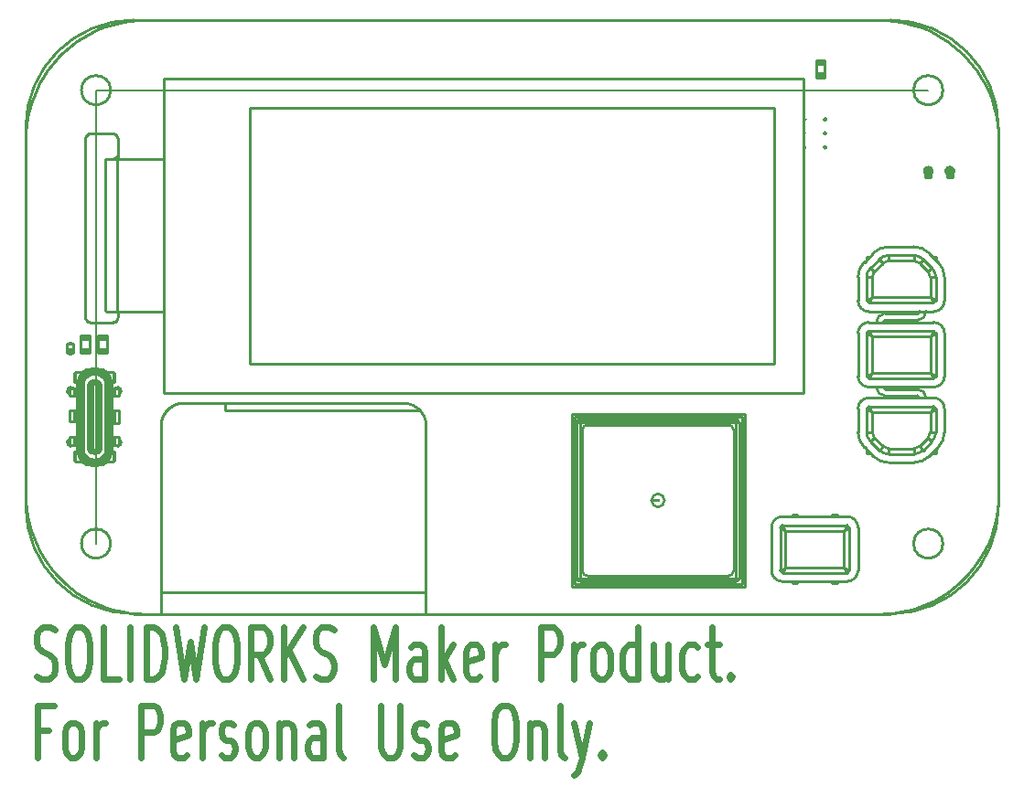
<source format=gbr>
G04 #@! TF.GenerationSoftware,KiCad,Pcbnew,8.0.6+1*
G04 #@! TF.CreationDate,2025-02-24T18:19:53+00:00*
G04 #@! TF.ProjectId,gshps,67736870-732e-46b6-9963-61645f706362,C*
G04 #@! TF.SameCoordinates,Original*
G04 #@! TF.FileFunction,Other,ECO1*
%FSLAX46Y46*%
G04 Gerber Fmt 4.6, Leading zero omitted, Abs format (unit mm)*
G04 Created by KiCad (PCBNEW 8.0.6+1) date 2025-02-24 18:19:53*
%MOMM*%
%LPD*%
G01*
G04 APERTURE LIST*
%ADD10C,0.250000*%
%ADD11C,0.200000*%
%ADD12C,0.604202*%
G04 APERTURE END LIST*
D10*
X35136728Y-57361165D02*
X35174228Y-57361165D01*
X36095129Y-59464499D02*
X36093004Y-59457296D01*
X36416732Y-58467503D02*
X36416730Y-58523278D01*
X112200000Y-59800000D02*
X106800000Y-59800000D01*
X34188340Y-56443234D02*
X34045331Y-56559768D01*
X35628124Y-56559768D02*
X35781908Y-56762511D01*
X35823219Y-56851749D01*
X36423432Y-59595714D02*
X36432617Y-59616508D01*
X35300000Y-53000000D02*
X35300000Y-52775000D01*
X35173884Y-57361165D02*
X35136728Y-57361165D01*
X32832518Y-54232518D02*
X32832518Y-53982518D01*
X33858408Y-64114485D02*
X33701196Y-63915220D01*
X33635132Y-63780329D01*
X36416730Y-58523278D02*
X36416728Y-58568851D01*
X34586727Y-64416165D02*
X34336284Y-64379332D01*
X34192563Y-64337760D01*
X35174228Y-60131165D02*
X35186728Y-60131165D01*
D11*
X117785179Y-71400654D02*
X118001930Y-70772534D01*
D10*
X112400000Y-45400000D02*
X112700000Y-45400000D01*
X35086728Y-64416165D02*
X35337170Y-64379332D01*
X35480892Y-64337760D01*
X34686728Y-63585503D02*
X34686728Y-63591165D01*
X35107776Y-56917751D02*
X34986728Y-56901165D01*
X35891728Y-57196165D02*
X35852188Y-56945355D01*
X35823219Y-56851749D01*
X34499228Y-60361165D02*
X34536728Y-60361165D01*
X32986728Y-62146165D02*
X33107586Y-62146165D01*
X34686728Y-63591165D02*
X34569830Y-63575716D01*
X79000000Y-60000000D02*
X95000000Y-60000000D01*
X103100000Y-75500000D02*
X103100000Y-75700000D01*
X36566728Y-59646165D02*
X36565947Y-60846165D01*
X37102473Y-59646165D02*
X37004926Y-59646165D01*
X34400000Y-52700000D02*
X34400000Y-54300000D01*
X33256305Y-62046337D02*
X33255319Y-62071658D01*
X28500000Y-33500000D02*
G75*
G02*
X38500000Y-23500000I10000000J0D01*
G01*
X34486728Y-61131165D02*
X34499571Y-61131165D01*
X36091728Y-57196165D02*
X36091728Y-63296165D01*
X36420625Y-60902572D02*
X36421040Y-60898837D01*
X106800000Y-56200000D02*
X106500000Y-56700000D01*
X36430963Y-58374583D02*
X36443695Y-58360595D01*
X34686728Y-63585503D02*
X34686728Y-63585654D01*
X34308490Y-63384912D02*
X34382702Y-63472979D01*
X33578497Y-59828301D02*
X33581728Y-59845330D01*
X35136728Y-60631165D02*
X35174228Y-60631165D01*
X32668530Y-57596165D02*
X32814689Y-57596165D01*
X34536728Y-63538111D02*
X34536728Y-63509527D01*
X35173884Y-58361165D02*
X35136728Y-58361165D01*
X33212794Y-62896165D02*
X33164130Y-62896165D01*
X32317482Y-54282518D02*
X32882518Y-54282518D01*
X34761728Y-63506354D02*
X34761728Y-63606165D01*
X34499228Y-59361165D02*
X34536728Y-59361165D01*
X33781728Y-63296165D02*
X33821266Y-63546973D01*
X33850236Y-63640580D01*
X36417131Y-59541307D02*
X36417511Y-59557585D01*
X34486728Y-59861165D02*
X34499228Y-59861165D01*
X94200000Y-60500000D02*
G75*
G02*
X94500000Y-60800000I0J-300000D01*
G01*
X33569224Y-60995784D02*
X33569224Y-60960558D01*
X32300000Y-54300000D02*
X32900000Y-54300000D01*
X32814689Y-60646165D02*
X32986728Y-60646165D01*
X36736728Y-63451165D02*
X36736728Y-64246165D01*
X35173884Y-57631165D02*
X35186728Y-57631165D01*
X36104252Y-59488074D02*
X36104245Y-59513991D01*
X36518735Y-60846482D02*
X36565947Y-60846164D01*
X34486728Y-58361165D02*
X34486728Y-58631165D01*
X36853553Y-51353553D02*
X36933013Y-51250000D01*
X36092034Y-61391165D02*
X36092034Y-59101165D01*
X38500000Y-78500000D02*
G75*
G02*
X28500000Y-68500000I0J10000000D01*
G01*
X33164130Y-62896165D02*
X33106728Y-62896165D01*
X29469102Y-72014541D02*
X29214821Y-71400654D01*
X32814520Y-58346165D02*
X32986728Y-58346164D01*
X35136728Y-61131165D02*
X35174228Y-61131165D01*
X36525848Y-58346309D02*
X36565947Y-58346165D01*
X33216500Y-59637698D02*
X33236791Y-59625853D01*
X33578497Y-60916920D02*
X33569224Y-60910945D01*
X36176905Y-63837731D02*
X36053482Y-64064928D01*
X35921114Y-64220551D01*
X36007995Y-63717116D02*
X35876912Y-63937179D01*
X35769545Y-64073982D01*
X29759984Y-72611955D02*
X29469102Y-72014541D01*
X36104231Y-59496545D02*
X36104231Y-59531770D01*
D11*
X39500000Y-78500000D02*
X41000000Y-78500000D01*
D10*
X36104273Y-60951632D02*
X36104266Y-60994157D01*
X106800000Y-49200000D02*
X106300000Y-49500000D01*
X35174228Y-60861165D02*
X35186728Y-60861165D01*
X106800000Y-56200000D02*
X106300000Y-56500000D01*
X36092105Y-61040236D02*
X36092720Y-61036361D01*
X35891728Y-61391165D02*
X35891728Y-59101165D01*
X46958464Y-59000000D02*
X46958464Y-59670672D01*
X36686727Y-60846164D02*
X36416728Y-60846165D01*
X33496550Y-56654598D02*
X33619972Y-56427400D01*
X33752341Y-56271779D01*
X36073740Y-64033307D02*
X35921114Y-64220551D01*
X34911728Y-63506165D02*
X35136728Y-63506165D01*
X34499571Y-57631165D02*
X34536728Y-57631165D01*
X34486728Y-60131165D02*
X34499228Y-60131165D01*
X35103607Y-63575721D02*
X35203359Y-63535589D01*
X36104252Y-60688104D02*
X36104245Y-60713990D01*
X33182986Y-62144719D02*
X33216500Y-62137698D01*
X112700000Y-47328427D02*
X112200000Y-47328427D01*
X36982963Y-34370590D02*
X36933013Y-34250000D01*
X37102473Y-57596165D02*
X37004926Y-57596165D01*
X35136868Y-56976560D02*
X35136728Y-56954218D01*
X111950000Y-37550000D02*
X112050000Y-37550000D01*
X33569224Y-59811130D02*
X33569224Y-59811800D01*
X35335805Y-64126841D02*
X35553610Y-63999643D01*
X35628124Y-63932561D01*
X35952060Y-64396165D02*
X36586728Y-64396165D01*
X35030863Y-63506165D02*
X34986751Y-63512832D01*
X33752341Y-56271779D02*
X33956037Y-56106909D01*
X34135161Y-56015987D01*
X34308466Y-63384923D02*
X34256029Y-63271544D01*
X111950000Y-37450000D02*
X112050000Y-37450000D01*
X36091730Y-59448219D02*
X36091731Y-59448020D01*
D11*
X42169170Y-59180736D02*
X42436535Y-59081014D01*
D10*
X32570982Y-59646165D02*
X32536728Y-59646165D01*
D11*
X29214821Y-30599346D02*
X28998070Y-31227466D01*
D10*
X34250000Y-34066987D02*
X34146447Y-34146447D01*
X32898106Y-62146165D02*
X32986728Y-62146165D01*
X33600000Y-54000000D02*
X34400000Y-54000000D01*
X36432617Y-59616508D02*
X36423432Y-59595714D01*
X35823336Y-36363917D02*
X35823336Y-50190574D01*
X33665460Y-63717116D02*
X33788465Y-63939894D01*
X33903910Y-64073982D01*
X33600000Y-54225000D02*
X33700000Y-54225000D01*
X35136728Y-57631165D02*
X35174228Y-57631165D01*
X32668530Y-58346165D02*
X32814520Y-58346165D01*
X32986728Y-62146165D02*
X32814520Y-62146165D01*
X36858935Y-60846164D02*
X37004926Y-60846164D01*
X32936728Y-63451165D02*
X32936728Y-64246165D01*
X35900000Y-52775000D02*
X35900000Y-53000000D01*
X36092034Y-58101165D02*
X36092034Y-57196165D01*
X34569848Y-56916608D02*
X34686728Y-56901165D01*
X33406728Y-63386165D02*
X33406728Y-57106164D01*
X34077758Y-64614924D02*
X33848561Y-64494498D01*
X33646275Y-64326616D01*
X35186728Y-57361165D02*
X35173884Y-57361165D01*
X35174228Y-62861165D02*
X35186728Y-62861165D01*
X32570982Y-57596165D02*
X32536728Y-57596165D01*
X36464925Y-60852165D02*
X36443695Y-60860563D01*
X34486728Y-61631165D02*
X34499571Y-61631165D01*
D11*
X113190716Y-25086406D02*
X112611955Y-24759984D01*
D10*
X34499571Y-62131165D02*
X34536728Y-62131165D01*
X36116728Y-59646163D02*
X36104231Y-59646163D01*
X34636728Y-63291165D02*
X35036728Y-63291165D01*
X34681728Y-64396165D02*
X34427377Y-64359568D01*
X34260776Y-64312432D01*
X34388045Y-77240016D02*
X33809284Y-76913594D01*
X36527303Y-60846303D02*
X36565947Y-60846165D01*
X36091728Y-58991165D02*
X36116728Y-58991165D01*
X34486728Y-61861165D02*
X34499571Y-61861165D01*
X111800000Y-50500000D02*
G75*
G02*
X111000000Y-51300000I-800000J0D01*
G01*
X118479931Y-33835837D02*
X118500000Y-34500000D01*
X35173884Y-59361165D02*
X35186728Y-59361165D01*
X34499228Y-61631165D02*
X34536728Y-61631165D01*
X106651472Y-46479899D02*
X107479899Y-45651472D01*
X114794349Y-75733618D02*
X114283908Y-76159018D01*
X34255844Y-63271770D02*
X34308490Y-63384912D01*
X35841728Y-58101165D02*
X36092034Y-58101165D01*
X111750000Y-37250000D02*
X112250000Y-37250000D01*
X34499571Y-60631165D02*
X34536728Y-60631165D01*
X34486728Y-62131165D02*
X34499228Y-62131165D01*
D11*
X107500000Y-78500000D02*
X108164163Y-78479931D01*
D10*
X34260776Y-64312432D02*
X34506825Y-64373724D01*
X34681728Y-64396165D01*
X34486728Y-57631165D02*
X34499228Y-57631165D01*
X36417511Y-59557585D02*
X36420567Y-59585229D01*
X33569224Y-59482216D02*
X33569224Y-59481158D01*
X34902351Y-56939563D02*
X34911728Y-56893317D01*
X34400000Y-53950000D02*
X33600000Y-53950000D01*
X35364965Y-57107417D02*
X35290753Y-57019350D01*
X33665460Y-63717116D02*
X33604167Y-63471066D01*
X33581728Y-63296165D01*
X97774000Y-55341000D02*
X49226000Y-55341000D01*
X33253546Y-58408603D02*
X33249159Y-58386281D01*
X38835837Y-78479931D02*
X38174097Y-78419798D01*
X36429186Y-58376632D02*
X36443692Y-58360595D01*
D11*
X116552823Y-73748712D02*
X116913594Y-73190716D01*
D10*
X34486728Y-62131165D02*
X34499571Y-62131165D01*
X33256305Y-59546337D02*
X33256728Y-59496166D01*
X36104231Y-59480528D02*
X36104231Y-59496545D01*
X34681728Y-56296165D02*
X34430918Y-56335703D01*
X34337312Y-56364673D01*
X34308156Y-57107888D02*
X34374733Y-57026881D01*
X114283908Y-25840982D02*
X114794349Y-26266382D01*
X65500000Y-78500000D02*
X65500000Y-61000000D01*
X98500000Y-75500000D02*
X104500000Y-75500000D01*
X34499571Y-62631165D02*
X34536728Y-62631165D01*
X34486728Y-59631165D02*
X34499571Y-59631165D01*
X36420609Y-62085507D02*
X36428137Y-62108150D01*
X80000000Y-61500000D02*
X80000000Y-74500000D01*
D11*
X28680181Y-69482805D02*
X28819640Y-70132472D01*
D10*
X107479899Y-45651472D02*
G75*
G02*
X108328427Y-45299978I848601J-848628D01*
G01*
X36416728Y-57106164D02*
X36381581Y-56846479D01*
X36315487Y-56597196D01*
X32533737Y-58165626D02*
G75*
G02*
X32925224Y-57595456I151263J315626D01*
G01*
X35152495Y-63544358D02*
X35168856Y-63546020D01*
X34486728Y-58631165D02*
X34499571Y-58631165D01*
X37128062Y-57596165D02*
X37136728Y-57596165D01*
X33255319Y-62071658D02*
X33248777Y-62105841D01*
X35086729Y-56076165D02*
X35337171Y-56112996D01*
X35480892Y-56154569D01*
X35086728Y-55926165D02*
X35086729Y-56076165D01*
X35174228Y-58861165D02*
X35186728Y-58861165D01*
X28998070Y-31227466D02*
X29214821Y-30599346D01*
X36091728Y-59846845D02*
X36091831Y-59843126D01*
X36104231Y-60900080D02*
X36104231Y-60951470D01*
X34761728Y-64396165D02*
X34761728Y-64416165D01*
X36858935Y-59646165D02*
X37004926Y-59646165D01*
X34586727Y-64716165D02*
X34327041Y-64681018D01*
X34077758Y-64614924D01*
X112500000Y-51500000D02*
G75*
G02*
X113500000Y-52500000I0J-1000000D01*
G01*
X35163495Y-63546153D02*
X35153048Y-63544764D01*
X32571390Y-60646165D02*
X32668530Y-60646165D01*
X32814520Y-62146165D02*
X32668530Y-62146165D01*
X35174672Y-56949357D02*
X35095682Y-56919886D01*
X33496550Y-56654598D02*
X33619972Y-56427400D01*
X33752341Y-56271779D01*
X36518735Y-60846482D02*
X36504776Y-60846790D01*
X34486728Y-60631165D02*
X34499571Y-60631165D01*
X34255844Y-63271770D02*
X34308490Y-63384912D01*
X33569224Y-59795784D02*
X33569224Y-59760558D01*
X36093004Y-59457296D02*
X36092253Y-59453168D01*
X35086728Y-55926165D02*
X35345465Y-55962612D01*
X35538294Y-56015987D01*
X36686727Y-58346164D02*
X36858935Y-58346164D01*
X34520961Y-56947971D02*
X34504600Y-56946309D01*
X34499571Y-61131165D02*
X34536728Y-61131165D01*
X35173884Y-57631165D02*
X35186728Y-57631165D01*
X34681728Y-56295858D02*
X34991728Y-56295858D01*
X36104231Y-61010113D02*
X36104231Y-61011130D01*
X102400000Y-28500000D02*
X101600000Y-28500000D01*
X35136728Y-58361165D02*
X35174228Y-58361165D01*
D11*
X30447177Y-73748712D02*
X30840982Y-74283908D01*
D10*
X33248519Y-58386574D02*
X33255301Y-58420552D01*
X34836715Y-56985921D02*
X34877866Y-56964116D01*
D11*
X41690279Y-59488501D02*
X41918718Y-59317493D01*
D10*
X33106728Y-62896165D02*
X33107586Y-62146165D01*
X30840982Y-27716092D02*
X31266382Y-27205651D01*
X33781421Y-59101165D02*
X33781421Y-61391165D01*
X79000000Y-76000000D02*
X79000000Y-60000000D01*
X33245310Y-57596165D02*
X33256728Y-57596165D01*
X33700000Y-52970000D02*
X34300000Y-52970000D01*
X35173884Y-63131165D02*
X35186728Y-63131165D01*
X34499571Y-58861165D02*
X34536728Y-58861165D01*
X36007995Y-56775213D02*
X36069287Y-57021262D01*
X36091728Y-57196165D01*
X34686728Y-56901165D02*
X34583903Y-56913070D01*
X33581728Y-61651165D02*
X33556728Y-61651165D01*
X87600000Y-68000000D02*
G75*
G02*
X86400000Y-68000000I-600000J0D01*
G01*
X86400000Y-68000000D02*
G75*
G02*
X87600000Y-68000000I600000J0D01*
G01*
X34260776Y-64312432D02*
X34506825Y-64373724D01*
X34681728Y-64396165D01*
X36460713Y-57596165D02*
X36509359Y-57596165D01*
D11*
X36227466Y-78001930D02*
X36867528Y-78180360D01*
D10*
X33248777Y-62105841D02*
X33236743Y-62125882D01*
X35036728Y-63291165D02*
X35136728Y-63331165D01*
X34499571Y-62361165D02*
X34536728Y-62361165D01*
X37004926Y-60846164D02*
X37102473Y-60846164D01*
X36104231Y-61013089D02*
X36116728Y-60996793D01*
X34045331Y-56559768D02*
X33891547Y-56762511D01*
X33850236Y-56851749D01*
X34536728Y-63509036D02*
X34536728Y-63516195D01*
X36418613Y-62067371D02*
X36418449Y-62063680D01*
D11*
X35000000Y-30000000D02*
X112000000Y-30000000D01*
D10*
X33581421Y-62391165D02*
X33831728Y-62391165D01*
X36116729Y-60694138D02*
X36116729Y-59646165D01*
X32936728Y-57041165D02*
X33258317Y-57041165D01*
D11*
X114283908Y-25840982D02*
X113748712Y-25447177D01*
D10*
X37000000Y-36363917D02*
X37000000Y-34500000D01*
X33256305Y-59546337D02*
X33255319Y-59571658D01*
X112250000Y-37250000D02*
X112250000Y-38050000D01*
X35921114Y-56271779D02*
X36072609Y-56457297D01*
X109482805Y-23680181D02*
X110132472Y-23819640D01*
X36093016Y-60657320D02*
X36091728Y-60645431D01*
X98300000Y-74500000D02*
X98800000Y-74200000D01*
X33569224Y-60792249D02*
X33569224Y-60740859D01*
X35174228Y-57631165D02*
X35186728Y-57631165D01*
X34486728Y-58861165D02*
X34486728Y-59131165D01*
X111950000Y-37450000D02*
X111950000Y-37550000D01*
X33569224Y-59795784D02*
X33569224Y-59760558D01*
X117240016Y-72611955D02*
X116913594Y-73190716D01*
X35136728Y-58631165D02*
X35173884Y-58631165D01*
X34045331Y-63932561D02*
X34248074Y-64086345D01*
X34337312Y-64127656D01*
X33600000Y-52730000D02*
X34400000Y-52730000D01*
X34499228Y-62131165D02*
X34536728Y-62131165D01*
X35136728Y-63509527D02*
X35136728Y-63538111D01*
X36104231Y-59581382D02*
X36104272Y-59610827D01*
X34761728Y-56893317D02*
X34911728Y-56893317D01*
X36117294Y-60923167D02*
X36117093Y-60939018D01*
X34499228Y-58631165D02*
X34536728Y-58631165D01*
X36104231Y-59751470D02*
X36104231Y-59790197D01*
X35136728Y-56954218D02*
X35163499Y-56946177D01*
X36416731Y-60846183D02*
X36416734Y-59646184D01*
X33086728Y-56096165D02*
X33086728Y-57041165D01*
D11*
X115278175Y-26721825D02*
X114794349Y-26266382D01*
D10*
X34499228Y-60861165D02*
X34536728Y-60861165D01*
X33357968Y-63895133D02*
X33291874Y-63645849D01*
X33256728Y-63386165D01*
X34805650Y-56969498D02*
X34761728Y-56969498D01*
X33700000Y-54225000D02*
X33700000Y-54000000D01*
X35769545Y-64073982D02*
X35920386Y-63869305D01*
X36007995Y-63717116D01*
X98500000Y-74700000D02*
G75*
G02*
X98300000Y-74500000I0J200000D01*
G01*
D11*
X41488501Y-59690279D02*
X41690279Y-59488501D01*
D10*
X106800000Y-52800000D02*
X106800000Y-56200000D01*
X36027180Y-56165713D02*
X35824893Y-55997830D01*
X35595697Y-55877405D01*
X36104231Y-60781382D02*
X36104259Y-60810607D01*
X34536728Y-57631165D02*
X34530057Y-57487277D01*
X34991728Y-64396471D02*
X34681728Y-64396471D01*
X28500000Y-34500000D02*
X28520069Y-33835837D01*
X106500000Y-50500000D02*
G75*
G02*
X105500000Y-49500000I0J1000000D01*
G01*
D11*
X107500000Y-23500000D02*
X39500000Y-23500000D01*
D10*
X34686704Y-56979498D02*
X34686708Y-56949190D01*
X114250000Y-37250000D02*
X114250000Y-38050000D01*
X33569224Y-59502133D02*
X33569224Y-59482216D01*
X34499228Y-58131165D02*
X34536728Y-58131165D01*
X36092105Y-61040236D02*
X36092720Y-61036361D01*
X41488501Y-59690279D02*
X41317493Y-59918718D01*
X116552823Y-28251288D02*
X116913594Y-28809284D01*
X34486992Y-57487277D02*
X34486728Y-57631165D01*
X34499571Y-59631165D02*
X34536728Y-59631165D01*
X36496700Y-60847199D02*
X36504776Y-60846790D01*
X35203359Y-63535589D02*
X35168856Y-63546020D01*
X95000000Y-76000000D02*
X79000000Y-76000000D01*
X35136728Y-60131165D02*
X35173884Y-60131165D01*
X98300000Y-70500000D02*
X98800000Y-70800000D01*
D11*
X35599346Y-77785179D02*
X36227466Y-78001930D01*
D10*
X36007995Y-56775213D02*
X35884990Y-56552434D01*
X35769545Y-56418347D01*
X36443695Y-58360595D02*
X36464722Y-58351399D01*
X33236743Y-59625882D02*
X33213790Y-59638941D01*
X34986751Y-63512832D02*
X34911728Y-63512832D01*
X34374733Y-57026881D02*
X34470096Y-56956740D01*
X111994975Y-46833452D02*
G75*
G02*
X112200023Y-47328427I-495075J-495048D01*
G01*
X33569224Y-60702133D02*
X33569224Y-60682216D01*
X36095129Y-59464499D02*
X36093004Y-59457296D01*
X36686727Y-60846165D02*
X36858766Y-60846165D01*
X36686727Y-57596165D02*
X36686727Y-58346164D01*
X33254771Y-62075820D02*
X33256534Y-62038426D01*
X29469102Y-29985459D02*
X29759984Y-29388045D01*
X115733618Y-27205651D02*
X116159018Y-27716092D01*
X87052277Y-68000000D02*
G75*
G02*
X86947723Y-68000000I-52277J0D01*
G01*
X86947723Y-68000000D02*
G75*
G02*
X87052277Y-68000000I52277J0D01*
G01*
X28500000Y-68500000D02*
X28500000Y-33500000D01*
X35136728Y-59131165D02*
X35173884Y-59131165D01*
X94000000Y-74500000D02*
G75*
G02*
X93500000Y-75000000I-500000J0D01*
G01*
X35136728Y-59631165D02*
X35174228Y-59631165D01*
X36423432Y-59595714D02*
X36418593Y-59567045D01*
X33182986Y-59644719D02*
X33216500Y-59637698D01*
X36104231Y-59810113D02*
X36104231Y-59811089D01*
X34499571Y-62861165D02*
X34486728Y-62861165D01*
X35595697Y-64614924D02*
X35346413Y-64681018D01*
X35086728Y-64716165D01*
X34486728Y-57861165D02*
X34499571Y-57861165D01*
X34135161Y-64476342D02*
X33907963Y-64352919D01*
X33752342Y-64220551D01*
X35186728Y-60361165D02*
X35173884Y-60361165D01*
X35136728Y-62131165D02*
X35173884Y-62131165D01*
X94500000Y-75200000D02*
X79500000Y-75200000D01*
X35815048Y-64114484D02*
X35615783Y-64271695D01*
X35480892Y-64337760D01*
X34520407Y-56947565D02*
X34536728Y-56954218D01*
X36858935Y-57596165D02*
X37004926Y-57596165D01*
X32500000Y-54400000D02*
X32700000Y-54400000D01*
X35769545Y-56418347D02*
X35930419Y-56619651D01*
X36007995Y-56775213D01*
X105500000Y-52500000D02*
G75*
G02*
X106500000Y-51500000I1000000J0D01*
G01*
D11*
X118419798Y-33174097D02*
X118319819Y-32517195D01*
D10*
X35186728Y-58861165D02*
X35186728Y-59131165D01*
X38835837Y-23520069D02*
X39500000Y-23500000D01*
X34382759Y-57020283D02*
X34308091Y-57107821D01*
X36429186Y-58376632D02*
X36421103Y-58400421D01*
X33569224Y-60910945D02*
X33578497Y-60916920D01*
X34236728Y-57351165D02*
X34254423Y-57226214D01*
X38174097Y-78419798D02*
X37517195Y-78319819D01*
X33164130Y-60646165D02*
X33106728Y-60646165D01*
X99900000Y-69500000D02*
X99900000Y-69300000D01*
X35173884Y-60631165D02*
X35186728Y-60631165D01*
X105500000Y-59500000D02*
X105500000Y-61671573D01*
X101700000Y-28725000D02*
X101700000Y-28500000D01*
X36227466Y-23998070D02*
X36867528Y-23819640D01*
X34486728Y-62631165D02*
X34499571Y-62631165D01*
X34499571Y-60861165D02*
X34536728Y-60861165D01*
X102300000Y-28530000D02*
X101700000Y-28530000D01*
X105500000Y-74500000D02*
G75*
G02*
X104500000Y-75500000I-1000000J0D01*
G01*
X34499571Y-58131165D02*
X34536728Y-58131165D01*
X36586728Y-63451165D02*
X36586728Y-64396165D01*
X104200000Y-70800000D02*
X104500000Y-70300000D01*
X36315487Y-56597196D02*
X36195061Y-56367999D01*
X36027180Y-56165713D01*
X36565947Y-60846164D02*
X36518735Y-60846482D01*
X103600000Y-75500000D02*
X103600000Y-75700000D01*
X35921114Y-64220551D02*
X35717417Y-64385419D01*
X35538294Y-64476342D01*
X37136728Y-59646165D02*
X37136728Y-60846165D01*
X33929925Y-56701056D02*
X33844918Y-56864879D01*
X34986728Y-56901165D02*
X34911728Y-56901165D01*
X32716092Y-25840982D02*
X33251288Y-25447177D01*
X33646276Y-56165712D02*
X33478393Y-56367998D01*
X33357968Y-56597195D01*
X33569224Y-61011800D02*
X33569224Y-60995784D01*
X36421103Y-58400421D02*
X36417587Y-58431484D01*
X113190716Y-25086406D02*
X113748712Y-25447177D01*
X36116730Y-59491080D02*
X36116729Y-59469140D01*
X35186728Y-62861165D02*
X35173884Y-62861165D01*
X34761728Y-56076165D02*
X34761728Y-56095858D01*
X33781728Y-63296165D02*
X33581421Y-63296165D01*
X36183878Y-63820516D02*
X36073740Y-64033307D01*
X33858408Y-64114485D02*
X33701196Y-63915220D01*
X33635132Y-63780329D01*
X32986728Y-62146165D02*
X32986728Y-62896165D01*
X36423485Y-57596165D02*
X36428187Y-57596165D01*
X37102473Y-58346165D02*
X37136728Y-58346165D01*
X32536728Y-62896165D02*
X32571390Y-62896165D01*
D11*
X112611955Y-24759984D02*
X112014541Y-24469102D01*
D10*
X36421040Y-60898837D02*
X36428948Y-60875899D01*
X34486728Y-63131165D02*
X34499571Y-63131165D01*
X33406728Y-57106164D02*
X33443175Y-56847426D01*
X33496550Y-56654598D01*
X35417501Y-63271402D02*
X35436728Y-63141165D01*
X42436535Y-59081014D02*
X42169170Y-59180736D01*
X33164130Y-60646165D02*
X33106728Y-60646165D01*
X36027180Y-64326617D02*
X36195061Y-64124329D01*
X36315487Y-63895133D01*
X98500000Y-74700000D02*
X98800000Y-74200000D01*
X41317493Y-59918718D02*
X41180736Y-60169170D01*
X35891728Y-63296165D02*
X35891728Y-62391165D01*
X112700000Y-59500000D02*
X112700000Y-61671573D01*
D11*
X111400654Y-24214821D02*
X110772534Y-23998070D01*
D10*
X106500000Y-52300000D02*
X106800000Y-52800000D01*
X111166548Y-62994975D02*
X111994975Y-62166548D01*
X36416732Y-60967485D02*
X36416730Y-61023270D01*
X33569224Y-61011800D02*
X33569224Y-60995784D01*
X36027180Y-56165713D02*
X36195061Y-56367999D01*
X36315487Y-56597196D01*
X108000000Y-58300000D02*
G75*
G02*
X107200000Y-57500000I0J800000D01*
G01*
X33858408Y-64114485D02*
X34057671Y-64271695D01*
X34192563Y-64337760D01*
X36116728Y-63386165D02*
X36079896Y-63636607D01*
X36038324Y-63780328D01*
X33752341Y-56271779D02*
X33956037Y-56106909D01*
X34135161Y-56015987D01*
X33245744Y-62896165D02*
X33256728Y-62896165D01*
X112500000Y-49700000D02*
X106500000Y-49700000D01*
X32814520Y-62896165D02*
X32986728Y-62896165D01*
X34499571Y-60131165D02*
X34536728Y-60131165D01*
X113752447Y-37781193D02*
X114247553Y-37781193D01*
X33251288Y-25447177D02*
X33809284Y-25086406D01*
X36529043Y-62145996D02*
X36566728Y-62146165D01*
X36466569Y-60851650D02*
X36494177Y-60847497D01*
X112014541Y-77530898D02*
X111400654Y-77785179D01*
X33578497Y-59716920D02*
X33569224Y-59710945D01*
X36091731Y-61044310D02*
X36091731Y-61020255D01*
X36416728Y-63386165D02*
X36381581Y-63645849D01*
X36315487Y-63895133D01*
X34499571Y-60631165D02*
X34536728Y-60631165D01*
X65500000Y-61000000D02*
X65479643Y-60715370D01*
X36417646Y-60929377D02*
X36417198Y-60948448D01*
X113752447Y-37281193D02*
X114247553Y-37281193D01*
X36416734Y-59646184D02*
X36416752Y-59525028D01*
X35200000Y-53000000D02*
X36000000Y-53000000D01*
X35174228Y-57361165D02*
X35186728Y-57361165D01*
X33700000Y-52775000D02*
X33600000Y-52775000D01*
X35892034Y-62391165D02*
X35892034Y-63296165D01*
X34986728Y-56949190D02*
X34986728Y-56979498D01*
X33255319Y-62071658D02*
X33256305Y-62046337D01*
X36520351Y-58346384D02*
X36565947Y-58346165D01*
X35136728Y-62131165D02*
X35173884Y-62131165D01*
X35174228Y-61631165D02*
X35186728Y-61631165D01*
X36104314Y-59646163D02*
X36104304Y-59697727D01*
X36686728Y-62896165D02*
X36858935Y-62896165D01*
X34486728Y-57861165D02*
X34499228Y-57861165D01*
X108825903Y-23580202D02*
X109482805Y-23680181D01*
X106800000Y-56200000D02*
X112200000Y-56200000D01*
X34388045Y-24759984D02*
X34985459Y-24469102D01*
X36027180Y-56165713D02*
X36195061Y-56367999D01*
X36315487Y-56597196D01*
X33248777Y-62105841D02*
X33255319Y-62071658D01*
X36460713Y-57596165D02*
X36509359Y-57596165D01*
X36104266Y-60994157D02*
X36104263Y-61006738D01*
X30086406Y-73190716D02*
X29759984Y-72611955D01*
D11*
X118479931Y-33835837D02*
X118419798Y-33174097D01*
D10*
X34470096Y-63535589D02*
X34565679Y-63574578D01*
X33086728Y-64396165D02*
X33086728Y-63451165D01*
X35136728Y-63515745D02*
X35136728Y-63538111D01*
X33357968Y-63895133D02*
X33291874Y-63645849D01*
X33256728Y-63386165D01*
X36446384Y-59630527D02*
X36432617Y-59616508D01*
X33600000Y-54270000D02*
X34400000Y-54270000D01*
X117530898Y-29985459D02*
X117785179Y-30599346D01*
X35136728Y-60131165D02*
X35173884Y-60131165D01*
X34536728Y-61361165D02*
X34499571Y-61361165D01*
X34986728Y-63591165D02*
X35103607Y-63575721D01*
X33157705Y-58346535D02*
X33107084Y-58346165D01*
X34400000Y-52775000D02*
X34300000Y-52775000D01*
X113752447Y-37281193D02*
X113750000Y-37281579D01*
D11*
X36867528Y-23819640D02*
X36227466Y-23998070D01*
D10*
X36091743Y-60846165D02*
X36091741Y-60803570D01*
X34686728Y-63585787D02*
X34686728Y-63569160D01*
X34985459Y-77530898D02*
X34388045Y-77240016D01*
X34536728Y-63516195D02*
X34536728Y-63538111D01*
X35538294Y-64476342D02*
X35288640Y-64539818D01*
X35086728Y-64566165D01*
X80500000Y-75000000D02*
G75*
G02*
X80000000Y-74500000I0J500000D01*
G01*
X112085786Y-45085786D02*
X112914214Y-45914214D01*
X35186728Y-58861165D02*
X35173884Y-58861165D01*
X33581728Y-59723782D02*
X33578497Y-59716920D01*
X36468830Y-59640413D02*
X36496369Y-59644695D01*
X36427753Y-57596165D02*
X36460713Y-57596165D01*
X33569224Y-59592249D02*
X33569224Y-59540859D01*
X35136728Y-61361165D02*
X35173884Y-61361165D01*
X106500000Y-57500000D02*
G75*
G02*
X105500000Y-56500000I0J1000000D01*
G01*
D11*
X113748712Y-25447177D02*
X113190716Y-25086406D01*
D10*
X35136728Y-63131165D02*
X35174228Y-63131165D01*
X35174228Y-61861165D02*
X35186728Y-61861165D01*
X34499571Y-58361165D02*
X34536728Y-58361165D01*
X37102066Y-57596165D02*
X37128062Y-57596165D01*
X33581421Y-59101165D02*
X33831728Y-59101165D01*
X32936728Y-64246165D02*
X33086728Y-64396165D01*
X33569224Y-61013089D02*
X33578497Y-61028301D01*
X36091731Y-61020255D02*
X36091728Y-60975048D01*
X36091742Y-59603836D02*
X36091740Y-59568547D01*
X35168856Y-63546020D02*
X35203359Y-63535589D01*
X113748712Y-76552823D02*
X113190716Y-76913594D01*
X106600000Y-63600000D02*
X106300000Y-63600000D01*
X30840982Y-74283908D02*
X30447177Y-73748712D01*
X36460639Y-62135915D02*
X36485736Y-62142227D01*
X34470096Y-63535589D02*
X34504599Y-63546021D01*
X35103607Y-63575721D02*
X34986728Y-63591165D01*
X33858408Y-56377844D02*
X34057671Y-56220633D01*
X34192563Y-56154569D01*
X34577773Y-63572443D02*
X34686728Y-63585800D01*
X32986728Y-59646165D02*
X32986728Y-60646165D01*
D11*
X118419798Y-68825903D02*
X118479931Y-68164163D01*
D10*
X34761728Y-63606165D02*
X34911728Y-63606165D01*
X34192563Y-64337760D02*
X34435454Y-64397061D01*
X34586727Y-64416165D01*
X79800000Y-75500000D02*
X94200000Y-75500000D01*
X101700000Y-27500000D02*
X101700000Y-27275000D01*
X35628124Y-63932561D02*
X35781908Y-63729817D01*
X35823219Y-63640580D01*
X35136728Y-62631165D02*
X35174228Y-62631165D01*
X35136728Y-57861165D02*
X35174228Y-57861165D01*
X100474000Y-28885000D02*
X100474000Y-58085000D01*
X32936728Y-56246165D02*
X32936728Y-57041165D01*
X33556728Y-58351165D02*
X33581728Y-58351165D01*
X98300000Y-70500000D02*
G75*
G02*
X98500000Y-70300000I200000J0D01*
G01*
X34536728Y-61861165D02*
X34499571Y-61861165D01*
X34686728Y-63569160D02*
X34686728Y-63585503D01*
X112085786Y-63914214D02*
X112914214Y-63085786D01*
X34991728Y-56095858D02*
X34991728Y-56296165D01*
X36095164Y-59575401D02*
X36091741Y-59568547D01*
X34337312Y-56364673D02*
X34582430Y-56308200D01*
X34681728Y-56296165D01*
X34986728Y-56923169D02*
X34986728Y-56906826D01*
X32814520Y-59646165D02*
X32668530Y-59646165D01*
X35173884Y-59631165D02*
X35186728Y-59631165D01*
X35173884Y-61861165D02*
X35186728Y-61861165D01*
X35436728Y-63141165D02*
X35436728Y-57351165D01*
X34486728Y-62361165D02*
X34499571Y-62361165D01*
X36116728Y-60695536D02*
X36104231Y-60679240D01*
X112014541Y-24469102D02*
X112611955Y-24759984D01*
D11*
X65011499Y-59690279D02*
X65182507Y-59918718D01*
D10*
X36586728Y-64396165D02*
X36736728Y-64246165D01*
X111752447Y-37281193D02*
X111750000Y-37281579D01*
X32668530Y-59646165D02*
X32814689Y-59646165D01*
X33357968Y-63895133D02*
X33478393Y-64124329D01*
X33646275Y-64326616D01*
X110671573Y-45800000D02*
X110671573Y-45300000D01*
X33256728Y-60646165D02*
X33245310Y-60646165D01*
X34530057Y-57487277D02*
X34516807Y-57423889D01*
X34991728Y-56096165D02*
X35246077Y-56132760D01*
X35412679Y-56179897D01*
X33569224Y-59813089D02*
X33578497Y-59828301D01*
X33245310Y-62896165D02*
X33212794Y-62896165D01*
X33164130Y-57596165D02*
X33212794Y-57596165D01*
X65418986Y-60436535D02*
X65319264Y-60169170D01*
X33236791Y-62125853D02*
X33249101Y-62105360D01*
X34192563Y-56154569D02*
X34435454Y-56095267D01*
X34586727Y-56076165D01*
X35417611Y-57220559D02*
X35364965Y-57107417D01*
D11*
X114283908Y-76159018D02*
X114794349Y-75733618D01*
D10*
X35173884Y-60131165D02*
X35186728Y-60131165D01*
X36464271Y-58352061D02*
X36496652Y-58347174D01*
D11*
X110132472Y-78180360D02*
X110772534Y-78001930D01*
D10*
X34254423Y-57226214D02*
X34308156Y-57107888D01*
X36686727Y-57596165D02*
X36858935Y-57596165D01*
X35300000Y-52775000D02*
X35200000Y-52775000D01*
X34986728Y-56948343D02*
X34986728Y-56979498D01*
X106800000Y-52800000D02*
X106300000Y-52500000D01*
X35203359Y-63535589D02*
X35163495Y-63546153D01*
X101700000Y-27275000D02*
X101600000Y-27275000D01*
X36266728Y-57106164D02*
X36266728Y-63386165D01*
D11*
X116913594Y-28809284D02*
X116552823Y-28251288D01*
X41000000Y-78500000D02*
X41000000Y-61000000D01*
D10*
X34565679Y-63574578D02*
X34686728Y-63591165D01*
X32668530Y-58346165D02*
X32814520Y-58346165D01*
X34192563Y-64337760D02*
X33973762Y-64215003D01*
X33858408Y-64114485D01*
X36091731Y-59820171D02*
X36091728Y-59774966D01*
X46958464Y-59670672D02*
X64991892Y-59670672D01*
X36116728Y-60846163D02*
X36104231Y-60846163D01*
X33569224Y-60740859D02*
X33569224Y-60702133D01*
X37004926Y-58346164D02*
X37102473Y-58346165D01*
X35174228Y-58631165D02*
X35186728Y-58631165D01*
X36116728Y-63386165D02*
X36079896Y-63636607D01*
X36038324Y-63780328D01*
X36686727Y-58346165D02*
X36858766Y-58346165D01*
X112611955Y-77240016D02*
X112014541Y-77530898D01*
X33569224Y-59811164D02*
X33569224Y-59811800D01*
X34499571Y-57361165D02*
X34489468Y-57423880D01*
X34236728Y-57351165D02*
X34236728Y-63141165D01*
X35815048Y-56377845D02*
X35615784Y-56220633D01*
X35480892Y-56154569D01*
X34911728Y-63506537D02*
X34761728Y-63506537D01*
X32536728Y-58346165D02*
X32570982Y-58346165D01*
X33254771Y-59575820D02*
X33256534Y-59538426D01*
X35136728Y-59861165D02*
X35173884Y-59861165D01*
X104500000Y-69500000D02*
G75*
G02*
X105500000Y-70500000I0J-1000000D01*
G01*
X33569224Y-60792249D02*
X33569224Y-60740859D01*
X36500000Y-51500000D02*
X36629410Y-51482963D01*
X34991728Y-56296165D02*
X34681728Y-56296165D01*
X35417426Y-57220785D02*
X35436728Y-57351165D01*
X34499571Y-62861165D02*
X34536728Y-62861165D01*
X34486728Y-60131165D02*
X34499571Y-60131165D01*
X34583903Y-56913070D02*
X34486923Y-56950283D01*
X35173884Y-62631165D02*
X35186728Y-62631165D01*
X41020357Y-60715370D02*
X41000000Y-61000000D01*
X35136728Y-59131165D02*
X35174228Y-59131165D01*
X112500000Y-58500000D02*
G75*
G02*
X113500000Y-59500000I0J-1000000D01*
G01*
D11*
X41918718Y-59317493D02*
X42169170Y-59180736D01*
D10*
X34504600Y-56946309D02*
X34470096Y-56956740D01*
X34499228Y-60631165D02*
X34536728Y-60631165D01*
X32668530Y-62146165D02*
X32570982Y-62146165D01*
X36416728Y-62146165D02*
X36416754Y-62025504D01*
X35136728Y-62631165D02*
X35173884Y-62631165D01*
X36566728Y-62896165D02*
X36509362Y-62896165D01*
D11*
X111400654Y-77785179D02*
X112014541Y-77530898D01*
D10*
X35417611Y-57220559D02*
X35364965Y-57107417D01*
X34911728Y-56087238D02*
X34761728Y-56087238D01*
X33581728Y-58841165D02*
X33556728Y-58841165D01*
X36104231Y-60731770D02*
X36104231Y-60781382D01*
X33569224Y-59482216D02*
X33569224Y-59481199D01*
D11*
X117240016Y-72611955D02*
X117530898Y-72014541D01*
D10*
X33182708Y-59644742D02*
X33151134Y-59646019D01*
X36460549Y-59635854D02*
X36485648Y-59642200D01*
X33556728Y-63386165D02*
X33593559Y-63636607D01*
X33635132Y-63780329D01*
X33255319Y-59571658D02*
X33256305Y-59546337D01*
X35203359Y-56956740D02*
X35296746Y-57024992D01*
X36315487Y-63895133D02*
X36195061Y-64124330D01*
X36027180Y-64326617D01*
X106300000Y-47328427D02*
G75*
G02*
X106651479Y-46479906I1199900J27D01*
G01*
X34536728Y-60361165D02*
X34499571Y-60361165D01*
X112050000Y-37550000D02*
X112247553Y-37781193D01*
D11*
X28500000Y-67500000D02*
X28520069Y-68164163D01*
D10*
X35136728Y-57361165D02*
X35173884Y-57361165D01*
X33255319Y-59571658D02*
X33248777Y-59605841D01*
X34986747Y-63543139D02*
X34986741Y-63569160D01*
X33581728Y-60923782D02*
X33578497Y-60916920D01*
X33556728Y-62141165D02*
X33581728Y-62141165D01*
X36686728Y-62146165D02*
X36857091Y-62146165D01*
X34370590Y-34017037D02*
X34250000Y-34066987D01*
X33581728Y-59723782D02*
X33578497Y-59716920D01*
X112418154Y-45400000D02*
X112418154Y-45418154D01*
X35841728Y-62391165D02*
X35841728Y-61391165D01*
X35364989Y-57107406D02*
X35417426Y-57220785D01*
X101600000Y-28800000D02*
X101600000Y-27200000D01*
X34536728Y-57161165D02*
X34636728Y-57201165D01*
X32536728Y-59646165D02*
X32571390Y-59646165D01*
X37102473Y-60846164D02*
X37136728Y-60846165D01*
X33578497Y-61028301D02*
X33581728Y-61045330D01*
X33236709Y-58366391D02*
X33216171Y-58354748D01*
X32986728Y-59646165D02*
X32814520Y-59646165D01*
X34586727Y-64416165D02*
X34336284Y-64379332D01*
X34192563Y-64337760D01*
X98500000Y-70300000D02*
X104500000Y-70300000D01*
D11*
X113400000Y-30000000D02*
G75*
G02*
X110600000Y-30000000I-1400000J0D01*
G01*
X110600000Y-30000000D02*
G75*
G02*
X113400000Y-30000000I1400000J0D01*
G01*
D10*
X39500000Y-78500000D02*
X38835837Y-78479931D01*
X35136728Y-59631165D02*
X35173884Y-59631165D01*
X36443695Y-60860563D02*
X36464925Y-60852165D01*
X108328427Y-64500000D02*
G75*
G02*
X106914221Y-63914207I-27J1999900D01*
G01*
X35136728Y-61861165D02*
X35173884Y-61861165D01*
X36460718Y-62896165D02*
X36508977Y-62896165D01*
X28580202Y-33174097D02*
X28680181Y-32517195D01*
X64581282Y-59317493D02*
X64330830Y-59180736D01*
X101600000Y-27550000D02*
X102400000Y-27550000D01*
X33600000Y-52700000D02*
X34400000Y-52700000D01*
X32367482Y-54232518D02*
X32832518Y-54232518D01*
X36091740Y-60768545D02*
X36095158Y-60775398D01*
X36091728Y-58841165D02*
X36116728Y-58841165D01*
X33781728Y-59101165D02*
X33781728Y-61391165D01*
X35136728Y-58131165D02*
X35173884Y-58131165D01*
X33249159Y-58386281D02*
X33236709Y-58366391D01*
X32571390Y-59646165D02*
X32668530Y-59646165D01*
X112700000Y-56500000D02*
X112200000Y-56200000D01*
X32814520Y-60646165D02*
X32986728Y-60646165D01*
X34986728Y-56906826D02*
X34986728Y-56901165D01*
X36750000Y-34066987D02*
X36629410Y-34017037D01*
X112500000Y-49700000D02*
X112200000Y-49200000D01*
X33256728Y-59496166D02*
X33256305Y-59546337D01*
D11*
X29759984Y-72611955D02*
X30086406Y-73190716D01*
D10*
X35336143Y-56364673D02*
X35091025Y-56308200D01*
X34991728Y-56296165D01*
X34495318Y-56946593D02*
X34569848Y-56916608D01*
X33721395Y-56096165D02*
X33086728Y-56096165D01*
X103600000Y-75700000D02*
X103100000Y-75700000D01*
D11*
X38174097Y-78419798D02*
X38835837Y-78479931D01*
D10*
X35174228Y-62361165D02*
X35186728Y-62361165D01*
X34686722Y-56906826D02*
X34686716Y-56923169D01*
X35173884Y-58131165D02*
X35186728Y-58131165D01*
X32898106Y-59646165D02*
X32986728Y-59646165D01*
X34686728Y-63543986D02*
X34686728Y-63569160D01*
X34499228Y-61861165D02*
X34536728Y-61861165D01*
D11*
X38835837Y-23520069D02*
X38174097Y-23580202D01*
D10*
X34991728Y-56095858D02*
X34681728Y-56095858D01*
X112085786Y-63914214D02*
G75*
G02*
X110671573Y-64500022I-1414286J1414314D01*
G01*
X34686728Y-63512831D02*
X34686728Y-63543986D01*
X36494177Y-60847497D02*
X36527303Y-60846303D01*
X36104280Y-60897821D02*
X36104273Y-60951632D01*
X36093016Y-60657320D02*
X36091728Y-60645431D01*
X35841728Y-59101165D02*
X35841728Y-58101165D01*
X117240016Y-29388045D02*
X117530898Y-29985459D01*
X99900000Y-75700000D02*
X99400000Y-75700000D01*
X32300000Y-53500000D02*
X32317482Y-53517482D01*
X35186728Y-59361165D02*
X35173884Y-59361165D01*
X34686708Y-56949190D02*
X34686714Y-56923169D01*
D11*
X118479931Y-68164163D02*
X118500000Y-67500000D01*
D10*
X34486728Y-58131165D02*
X34499228Y-58131165D01*
X113752447Y-37781193D02*
X113750000Y-37781579D01*
X34686728Y-56901165D02*
X34686722Y-56906826D01*
X37102473Y-57596165D02*
X37136728Y-57596165D01*
X35173884Y-60361165D02*
X35136728Y-60361165D01*
D11*
X28520069Y-33835837D02*
X28500000Y-34500000D01*
D10*
X65011499Y-59690279D02*
X64809721Y-59488501D01*
X34686714Y-56923169D02*
X34686720Y-56906501D01*
X118180360Y-31867528D02*
X118319819Y-32517195D01*
X35136728Y-59361165D02*
X35174228Y-59361165D01*
X41274000Y-28885000D02*
X41274000Y-58085000D01*
X35173884Y-61361165D02*
X35186728Y-61361165D01*
X106085786Y-63085786D02*
G75*
G02*
X105499978Y-61671573I1414314J1414286D01*
G01*
X34499571Y-62361165D02*
X34486728Y-62361165D01*
X102555000Y-35300000D02*
G75*
G02*
X102355000Y-35300000I-100000J0D01*
G01*
X102355000Y-35300000D02*
G75*
G02*
X102555000Y-35300000I100000J0D01*
G01*
X34499571Y-58631165D02*
X34536728Y-58631165D01*
X36566728Y-57596165D02*
X36686727Y-57596165D01*
X34499571Y-61631165D02*
X34536728Y-61631165D01*
X36416728Y-63386165D02*
X36416728Y-57106164D01*
X32668530Y-57596165D02*
X32814520Y-57596165D01*
X34486728Y-59361165D02*
X34486728Y-59631165D01*
X111750000Y-37250000D02*
X111750000Y-38050000D01*
X34536728Y-57861165D02*
X34499571Y-57861165D01*
X35595697Y-55877405D02*
X35346413Y-55811311D01*
X35086729Y-55776165D01*
X34486728Y-57424600D02*
X34486728Y-57496165D01*
X35538294Y-64476342D02*
X35288640Y-64539818D01*
X35086728Y-64566165D01*
X35136728Y-62131165D02*
X35174228Y-62131165D01*
X33937860Y-56120283D02*
X34152376Y-56009014D01*
X35186728Y-57861165D02*
X35173884Y-57861165D01*
X36736728Y-56246165D02*
X36736728Y-57041165D01*
X34991728Y-64196165D02*
X35242192Y-64155855D01*
X35335805Y-64126841D01*
X32668530Y-58346165D02*
X32814689Y-58346165D01*
X63784630Y-59020357D02*
X63500000Y-59000000D01*
D11*
X64581282Y-59317493D02*
X64809721Y-59488501D01*
D10*
X36094723Y-61028945D02*
X36104434Y-61012154D01*
X33569224Y-59716690D02*
X33569224Y-59646166D01*
X34368530Y-63459363D02*
X34363081Y-63451165D01*
X35595697Y-64614924D02*
X35824893Y-64494498D01*
X36027180Y-64326617D01*
X34486728Y-63131165D02*
X34499571Y-63131165D01*
X34486728Y-62361165D02*
X34486728Y-62631165D01*
X36116729Y-58201165D02*
X36116728Y-57596165D01*
X36566728Y-62146165D02*
X36566728Y-62896165D01*
X36104231Y-61010113D02*
X36104231Y-61011086D01*
X33151134Y-62146019D02*
X33182708Y-62144742D01*
X36104259Y-60810607D02*
X36104287Y-60846163D01*
X64063465Y-59081014D02*
X63784630Y-59020357D01*
X33665460Y-63717116D02*
X33788465Y-63939894D01*
X33903910Y-64073982D01*
X35086728Y-64716165D02*
X35346413Y-64681018D01*
X35595697Y-64614924D01*
X36104231Y-59480528D02*
X36104231Y-59496545D01*
X36000000Y-53950000D02*
X35200000Y-53950000D01*
X32986728Y-58346164D02*
X33107084Y-58346164D01*
X36416728Y-62896165D02*
X36427758Y-62896165D01*
X34681728Y-64196165D02*
X34991728Y-64196165D01*
X36468916Y-62140446D02*
X36496440Y-62144704D01*
X33646276Y-56165712D02*
X33848562Y-55997830D01*
X34077759Y-55877405D01*
X33106728Y-60646165D02*
X33107586Y-59646165D01*
D11*
X32205651Y-75733618D02*
X32716092Y-76159018D01*
D10*
X32929269Y-62900665D02*
G75*
G02*
X32536522Y-62333054I-244269J250665D01*
G01*
X33236782Y-58366333D02*
X33215727Y-58353867D01*
X34499228Y-57631165D02*
X34536728Y-57631165D01*
D11*
X64809721Y-59488501D02*
X65011499Y-59690279D01*
D10*
X32716092Y-76159018D02*
X32205651Y-75733618D01*
X37000000Y-34500000D02*
X36982963Y-34370590D01*
X33212794Y-60646165D02*
X33232015Y-60646165D01*
X33182708Y-62144742D02*
X33151134Y-62146019D01*
X33163574Y-60646165D02*
X33212794Y-60646165D01*
X35136728Y-63538111D02*
X35136866Y-63515961D01*
X33635132Y-63780329D02*
X33757888Y-63999129D01*
X33858408Y-64114485D01*
X34686728Y-63591165D02*
X34569830Y-63575716D01*
X33245310Y-60646165D02*
X33212794Y-60646165D01*
X113500000Y-61671573D02*
G75*
G02*
X112914207Y-63085779I-1999900J-27D01*
G01*
X35136728Y-61361165D02*
X35174228Y-61361165D01*
D11*
X109482805Y-78319819D02*
X110132472Y-78180360D01*
X108825903Y-23580202D02*
X108164163Y-23520069D01*
D10*
X36104434Y-59480175D02*
X36095129Y-59464499D01*
X36000000Y-52700000D02*
X36000000Y-54300000D01*
X33635132Y-63780329D02*
X33575830Y-63537437D01*
X33556728Y-63386165D01*
X35136728Y-58631165D02*
X35174228Y-58631165D01*
X32668530Y-62896165D02*
X32814689Y-62896165D01*
X113750000Y-37250000D02*
X113750000Y-38050000D01*
X104200000Y-74200000D02*
X104200000Y-70800000D01*
X111000000Y-57700000D02*
G75*
G02*
X111800000Y-58500000I0J-800000D01*
G01*
X34686728Y-63512831D02*
X34643439Y-63506165D01*
X35136728Y-58131165D02*
X35173884Y-58131165D01*
X36091729Y-61044106D02*
X36091731Y-61044310D01*
X36423485Y-57596165D02*
X36428187Y-57596165D01*
X35200000Y-52700000D02*
X35200000Y-54300000D01*
X118419798Y-68825903D02*
X118319819Y-69482805D01*
X35628124Y-63932561D02*
X35781265Y-63729601D01*
X35822404Y-63640242D01*
X111520101Y-45651472D02*
X112348528Y-46479899D01*
X36858935Y-58346164D02*
X37004926Y-58346164D01*
X35173884Y-58631165D02*
X35186728Y-58631165D01*
X33569224Y-61011130D02*
X33569224Y-61011800D01*
X36496440Y-62144704D02*
X36468916Y-62140446D01*
X34486180Y-56096165D02*
X35187275Y-56096165D01*
X34499228Y-62631165D02*
X34536728Y-62631165D01*
D11*
X36227466Y-23998070D02*
X35599346Y-24214821D01*
D10*
X80000000Y-61500000D02*
G75*
G02*
X80500000Y-61000000I500000J0D01*
G01*
X102400000Y-28800000D02*
X102400000Y-27200000D01*
X34877866Y-56964116D02*
X34902351Y-56939563D01*
X34077758Y-64614924D02*
X33848561Y-64494498D01*
X33646275Y-64326616D01*
X35136728Y-58861165D02*
X35174228Y-58861165D01*
X36091743Y-60888758D02*
X36091741Y-60923782D01*
D11*
X28580202Y-68825903D02*
X28680181Y-69482805D01*
D10*
X35163499Y-56946177D02*
X35183152Y-56948512D01*
X98300000Y-74500000D02*
X98300000Y-70500000D01*
X34686722Y-56906826D02*
X34686716Y-56923169D01*
X36095159Y-59575400D02*
X36091740Y-59568547D01*
X36091728Y-62291165D02*
X36116728Y-62291165D01*
X35892034Y-59101165D02*
X35892034Y-61391165D01*
X36464925Y-60852165D02*
X36496700Y-60847199D01*
X34499571Y-60361165D02*
X34536728Y-60361165D01*
X35412679Y-56179897D02*
X35635457Y-56302901D01*
X35769545Y-56418347D01*
X36092720Y-61036361D02*
X36094723Y-61028945D01*
X34499571Y-61131165D02*
X34536728Y-61131165D01*
X32900000Y-54300000D02*
X32882518Y-54282518D01*
X32367482Y-54232518D02*
X32367482Y-53982518D01*
X36418410Y-60925170D02*
X36422727Y-60896702D01*
X33781728Y-63296165D02*
X33821266Y-63546973D01*
X33850236Y-63640580D01*
X32814520Y-59646165D02*
X32986728Y-59646165D01*
X34486728Y-60131165D02*
X34499571Y-60131165D01*
X36496700Y-60847199D02*
X36464925Y-60852165D01*
X36095142Y-60664508D02*
X36093016Y-60657320D01*
X36092253Y-59453168D02*
X36092034Y-59449943D01*
X34991728Y-64396165D02*
X35245202Y-64359274D01*
X35412679Y-64312432D01*
X32900000Y-53500000D02*
X32882518Y-53517482D01*
X34499571Y-61861165D02*
X34486728Y-61861165D01*
X35815048Y-56377845D02*
X35972259Y-56577108D01*
X36038324Y-56712001D01*
X34486728Y-57361165D02*
X34486728Y-57424600D01*
X35412679Y-56179897D02*
X35166629Y-56118604D01*
X34991728Y-56096165D01*
X36933013Y-34250000D02*
X36853553Y-34146447D01*
X106500000Y-59300000D02*
X112500000Y-59300000D01*
X33831728Y-61391165D02*
X33831728Y-62391165D01*
X34260776Y-64312432D02*
X34037997Y-64189427D01*
X33903910Y-64073982D01*
X106300000Y-63600000D02*
X106300000Y-63300000D01*
X111000000Y-57700000D02*
X108000000Y-57700000D01*
X33903910Y-56418347D02*
X33747460Y-56624077D01*
X33665460Y-56775213D01*
X33903910Y-64073982D02*
X34105214Y-64234856D01*
X34260776Y-64312432D01*
X36432686Y-62116659D02*
X36423477Y-62095947D01*
X36428948Y-60875899D02*
X36421040Y-60898837D01*
X35336143Y-64127656D02*
X35091025Y-64184128D01*
X34991728Y-64196165D01*
X35290690Y-63472037D02*
X35365356Y-63384483D01*
X79500000Y-60800000D02*
G75*
G02*
X79800000Y-60500000I300000J0D01*
G01*
X36266728Y-63386165D02*
X36233706Y-63634649D01*
X36183878Y-63820516D01*
X35173884Y-62631165D02*
X35186728Y-62631165D01*
D11*
X65500000Y-61000000D02*
X65500000Y-78500000D01*
D10*
X34470096Y-56956740D02*
X34382759Y-57020283D01*
X33850236Y-56851749D02*
X33793763Y-57096867D01*
X33781728Y-57196165D01*
X33147578Y-58346333D02*
X33185028Y-58348064D01*
X34536728Y-59361165D02*
X34499571Y-59361165D01*
X36442592Y-59625776D02*
X36460549Y-59635854D01*
X35733870Y-56119152D02*
X35921114Y-56271779D01*
X111200000Y-50500000D02*
G75*
G02*
X111000000Y-50700000I-200000J0D01*
G01*
X112200000Y-56200000D02*
X112200000Y-52800000D01*
X118419798Y-33174097D02*
X118479931Y-33835837D01*
X34486728Y-60861165D02*
X34499571Y-60861165D01*
X33163926Y-62896165D02*
X33212794Y-62896165D01*
X36116730Y-58351165D02*
X36091728Y-58351165D01*
X113500000Y-56500000D02*
G75*
G02*
X112500000Y-57500000I-1000000J0D01*
G01*
X35136728Y-56954218D02*
X35136728Y-63506165D01*
X100474000Y-33929580D02*
G75*
G02*
X100474000Y-34070420I71000J-70420D01*
G01*
X36091744Y-60846165D02*
X36091743Y-60888758D01*
X34486728Y-57631165D02*
X34499571Y-57631165D01*
X113350000Y-72000000D02*
G75*
G02*
X110650000Y-72000000I-1350000J0D01*
G01*
X110650000Y-72000000D02*
G75*
G02*
X113350000Y-72000000I1350000J0D01*
G01*
X35174228Y-58361165D02*
X35186728Y-58361165D01*
X36933013Y-51250000D02*
X36982963Y-51129410D01*
X32570982Y-59646165D02*
X32668530Y-59646165D01*
X35173884Y-62861165D02*
X35186728Y-62861165D01*
X36104231Y-60681199D02*
X36104231Y-60680528D01*
X35089552Y-63579259D02*
X35186533Y-63542046D01*
X36857091Y-62146165D02*
X37004926Y-62146165D01*
D11*
X65319264Y-60169170D02*
X65418986Y-60436535D01*
D10*
X99900000Y-75500000D02*
X99900000Y-75700000D01*
X34255995Y-57220942D02*
X34236728Y-57351165D01*
X36686727Y-57596165D02*
X36858766Y-57596165D01*
X35203359Y-63535589D02*
X35290690Y-63472037D01*
X113750000Y-38050000D02*
X114250000Y-38050000D01*
D11*
X117240016Y-29388045D02*
X116913594Y-28809284D01*
D10*
X34499571Y-60131165D02*
X34536728Y-60131165D01*
X36091741Y-60803570D02*
X36091740Y-60768547D01*
X36315487Y-63895133D02*
X36381581Y-63645849D01*
X36416728Y-63386165D01*
X34236728Y-63141165D02*
X34255844Y-63271770D01*
X36104231Y-60990197D02*
X36104231Y-61010113D01*
X108500000Y-23500000D02*
G75*
G02*
X118500000Y-33500000I0J-10000000D01*
G01*
X32570982Y-58346165D02*
X32668530Y-58346165D01*
X37102473Y-62146165D02*
X37136728Y-62146165D01*
X34986741Y-63569160D02*
X34986735Y-63585828D01*
X33213790Y-62138941D02*
X33236743Y-62125882D01*
X35815048Y-56377845D02*
X35972259Y-56577108D01*
X36038324Y-56712001D01*
X34376709Y-63467337D02*
X34308466Y-63384923D01*
X112700000Y-47328427D02*
X112700000Y-49500000D01*
X36116730Y-60846165D02*
X36116730Y-60792622D01*
D11*
X113748712Y-76552823D02*
X114283908Y-76159018D01*
D10*
X36072609Y-56457297D02*
X36183878Y-56671813D01*
X36858935Y-59646165D02*
X36686727Y-59646165D01*
X33556728Y-57106163D02*
X33593559Y-56855720D01*
X33635132Y-56712000D01*
X35419043Y-63266079D02*
X35365315Y-63384416D01*
X32700000Y-54300000D02*
X32700000Y-54400000D01*
X80500000Y-75000000D02*
X93500000Y-75000000D01*
X107500000Y-23500000D02*
X108164163Y-23520069D01*
X32814520Y-58346165D02*
X32986728Y-58346164D01*
X106300000Y-61671573D02*
X106300000Y-59500000D01*
X33581421Y-63296165D02*
X33581421Y-62391165D01*
X35136728Y-57631165D02*
X35173884Y-57631165D01*
X34536589Y-56976368D02*
X34536728Y-57002165D01*
X118001930Y-70772534D02*
X117785179Y-71400654D01*
X100474000Y-35229580D02*
G75*
G02*
X100474000Y-35370420I71000J-70420D01*
G01*
X34520960Y-63544358D02*
X34536728Y-63538111D01*
X34991728Y-64196165D02*
X35242536Y-64156625D01*
X35336143Y-64127656D01*
X102400000Y-27275000D02*
X102300000Y-27275000D01*
X34761728Y-56893317D02*
X34771104Y-56939563D01*
X32571390Y-62896165D02*
X32668530Y-62896165D01*
X36586728Y-56096165D02*
X36736728Y-56246165D01*
X35174228Y-59861165D02*
X35186728Y-59861165D01*
X37517195Y-23680181D02*
X38174097Y-23580202D01*
X34911728Y-56886165D02*
X34911728Y-56986031D01*
X34250000Y-51433013D02*
X34370590Y-51482963D01*
X34486728Y-60861165D02*
X34499228Y-60861165D01*
X35921114Y-64220551D02*
X35717417Y-64385419D01*
X35538294Y-64476342D01*
X34991728Y-56296165D02*
X35242536Y-56335703D01*
X35336143Y-56364673D01*
D11*
X118319819Y-69482805D02*
X118419798Y-68825903D01*
D10*
X35891728Y-63296165D02*
X35852188Y-63546973D01*
X35823219Y-63640580D01*
D11*
X118319819Y-32517195D02*
X118180360Y-31867528D01*
D10*
X34794997Y-56963871D02*
X34836740Y-56985921D01*
X34761728Y-56886165D02*
X34761728Y-56986031D01*
X36748112Y-57592349D02*
G75*
G02*
X37137677Y-58164944I236888J-257651D01*
G01*
X34486728Y-59361165D02*
X34499571Y-59361165D01*
X34499571Y-59131165D02*
X34536728Y-59131165D01*
X35336143Y-56364673D02*
X35553609Y-56492490D01*
X35628124Y-56559768D01*
X34470096Y-56956740D02*
X34509960Y-56946176D01*
X36529001Y-59645996D02*
X36496369Y-59644695D01*
X35152495Y-56947971D02*
X35168856Y-56946309D01*
X111520101Y-63348528D02*
G75*
G02*
X110671573Y-63700022I-848601J848628D01*
G01*
X34536728Y-58361165D02*
X34499571Y-58361165D01*
X35174228Y-61361165D02*
X35186728Y-61361165D01*
X111994975Y-46833452D02*
X111166548Y-46005025D01*
X34499571Y-57861165D02*
X34486728Y-57861165D01*
X36418420Y-62063014D02*
X36418613Y-62067371D01*
X107479899Y-63348528D02*
X106651472Y-62520101D01*
X36093004Y-59457296D02*
X36092253Y-59453168D01*
X33569224Y-59813089D02*
X33578497Y-59828301D01*
X35173884Y-57861165D02*
X35186728Y-57861165D01*
X112700000Y-52500000D02*
X112200000Y-52800000D01*
X34761728Y-64405091D02*
X34911728Y-64405091D01*
X34500000Y-51500000D02*
X36500000Y-51500000D01*
D11*
X115278175Y-75278175D02*
X115733618Y-74794349D01*
D10*
X93500000Y-61000000D02*
X80500000Y-61000000D01*
X42715370Y-59020357D02*
X42436535Y-59081014D01*
X111166548Y-62994975D02*
G75*
G02*
X110671573Y-63200023I-495048J495075D01*
G01*
X35186728Y-58361165D02*
X35173884Y-58361165D01*
X37102473Y-59646165D02*
X37128164Y-59646165D01*
X32570982Y-62896165D02*
X32668530Y-62896165D01*
X118319819Y-32517195D02*
X118419798Y-33174097D01*
X113748712Y-25447177D02*
X114283908Y-25840982D01*
X34486728Y-60631165D02*
X34499571Y-60631165D01*
X33256728Y-60646165D02*
X33245310Y-60646165D01*
X34911728Y-56969499D02*
X34867708Y-56969498D01*
X33569224Y-60846166D02*
X33569224Y-60792249D01*
X36000000Y-53050000D02*
X35200000Y-53050000D01*
X32570982Y-62146165D02*
X32536728Y-62146165D01*
X34499571Y-63131165D02*
X34536728Y-63131165D01*
X33215727Y-58353867D02*
X33236782Y-58366333D01*
X36509359Y-57596165D02*
X36566728Y-57596165D01*
X33665460Y-56775213D02*
X33602623Y-57019718D01*
X33581728Y-57196165D01*
X118479931Y-68164163D02*
X118419798Y-68825903D01*
D11*
X110132472Y-23819640D02*
X109482805Y-23680181D01*
D10*
X33245310Y-60646165D02*
X33212794Y-60646165D01*
X43000000Y-59000000D02*
X42715370Y-59020357D01*
X35173884Y-58861165D02*
X35186728Y-58861165D01*
X36091728Y-59774966D02*
X36091728Y-59716494D01*
X32668530Y-60646165D02*
X32814520Y-60646165D01*
X36104231Y-60680528D02*
X36104231Y-60696545D01*
X65182507Y-59918718D02*
X65011499Y-59690279D01*
X35136728Y-59631165D02*
X35173884Y-59631165D01*
X35136728Y-63131165D02*
X35173884Y-63131165D01*
X35595697Y-55877405D02*
X35824893Y-55997830D01*
X36027180Y-56165713D01*
X79800000Y-75500000D02*
G75*
G02*
X79500000Y-75200000I0J300000D01*
G01*
D11*
X110772534Y-78001930D02*
X111400654Y-77785179D01*
D10*
X36176905Y-63837731D02*
X36053482Y-64064928D01*
X35921114Y-64220551D01*
X114247553Y-37781193D02*
X114250000Y-37781579D01*
X33581728Y-58991165D02*
X33556728Y-58991165D01*
X101600000Y-28725000D02*
X101700000Y-28725000D01*
D11*
X33809284Y-25086406D02*
X33251288Y-25447177D01*
D10*
X35599346Y-24214821D02*
X36227466Y-23998070D01*
X34681728Y-64196471D02*
X34991728Y-64196471D01*
X36116728Y-59495536D02*
X36104231Y-59479240D01*
X35173884Y-61131165D02*
X35186728Y-61131165D01*
X115278175Y-75278175D02*
X114794349Y-75733618D01*
X32536728Y-57596165D02*
X32571390Y-57596165D01*
X34586728Y-64566165D02*
X34327990Y-64529716D01*
X34135161Y-64476342D01*
X35024863Y-56076165D02*
X35049313Y-56094628D01*
X31266382Y-27205651D02*
X31721825Y-26721825D01*
X35521079Y-56009014D02*
X35733870Y-56119152D01*
X32205651Y-75733618D02*
X31721825Y-75278175D01*
X35837904Y-50333531D02*
X35824876Y-50190574D01*
X36104272Y-59610827D02*
X36104314Y-59646163D01*
X34569848Y-56916608D02*
X34686728Y-56901165D01*
X113750000Y-37250000D02*
X114250000Y-37250000D01*
X32536728Y-62146165D02*
X32571390Y-62146165D01*
X36104278Y-59806668D02*
X36104272Y-59811992D01*
X107833452Y-46005025D02*
X107005025Y-46833452D01*
X36586728Y-56096165D02*
X35952060Y-56096165D01*
X36504776Y-60846790D02*
X36496700Y-60847199D01*
X36923336Y-36112740D02*
X36514954Y-36363917D01*
X34300000Y-54225000D02*
X34400000Y-54225000D01*
X106600000Y-45400000D02*
X106300000Y-45400000D01*
D11*
X116913594Y-73190716D02*
X117240016Y-72611955D01*
D10*
X34498783Y-63542972D02*
X34577773Y-63572443D01*
X35136728Y-62631165D02*
X35173884Y-62631165D01*
X34991728Y-64396165D02*
X35245202Y-64359274D01*
X35412679Y-64312432D01*
X34499571Y-61861165D02*
X34536728Y-61861165D01*
X113950000Y-37450000D02*
X114050000Y-37450000D01*
X36496652Y-58347174D02*
X36520351Y-58346384D01*
X35186728Y-62361165D02*
X35186728Y-62631165D01*
X34991728Y-64196165D02*
X34991728Y-64396471D01*
X36091728Y-60916903D02*
X36091743Y-60846165D01*
X35186728Y-57361165D02*
X35186728Y-57631165D01*
X34499228Y-61131165D02*
X34536728Y-61131165D01*
X34337312Y-64127656D02*
X34582430Y-64184128D01*
X34681728Y-64196165D01*
X108000000Y-57700000D02*
G75*
G02*
X107800000Y-57500000I0J200000D01*
G01*
X35365356Y-63384483D02*
X35417501Y-63271402D01*
X32570982Y-62146165D02*
X32668530Y-62146165D01*
X32536728Y-57596165D02*
X32536728Y-58346165D01*
D11*
X31266382Y-27205651D02*
X30840982Y-27716092D01*
D10*
X36104231Y-59481199D02*
X36104231Y-59480528D01*
X32814520Y-60646165D02*
X32986728Y-60646165D01*
X36104231Y-59531770D02*
X36104231Y-59581382D01*
X37004926Y-62896165D02*
X37102473Y-62896165D01*
X35186728Y-61861165D02*
X35173884Y-61861165D01*
X98500000Y-75500000D02*
G75*
G02*
X97500000Y-74500000I0J1000000D01*
G01*
X112200000Y-52800000D02*
X106800000Y-52800000D01*
X34486728Y-59131165D02*
X34499228Y-59131165D01*
X37136728Y-62146165D02*
X37136728Y-62896165D01*
X34761728Y-56901165D02*
X34686728Y-56901165D01*
X34986728Y-56923169D02*
X34986728Y-56948343D01*
X33249101Y-59605360D02*
X33254771Y-59575820D01*
X36428191Y-62896165D02*
X36416728Y-62896165D01*
X32986728Y-60646165D02*
X33106728Y-60646165D01*
X36104258Y-59481447D02*
X36104252Y-59488074D01*
X34486728Y-57496165D02*
X34486728Y-57631165D01*
X107479899Y-63348528D02*
X107833452Y-62994975D01*
X33781728Y-57196165D02*
X33821266Y-56945355D01*
X33850236Y-56851749D01*
D11*
X37517195Y-23680181D02*
X36867528Y-23819640D01*
D10*
X36428137Y-62108150D02*
X36442678Y-62125886D01*
X108328427Y-63700000D02*
X108328427Y-63200000D01*
X35136728Y-58631165D02*
X35173884Y-58631165D01*
D11*
X29759984Y-29388045D02*
X29469102Y-29985459D01*
D10*
X34236728Y-63141165D02*
X34255844Y-63271770D01*
X30447177Y-73748712D02*
X30086406Y-73190716D01*
X33600000Y-53000000D02*
X34400000Y-53000000D01*
X36496652Y-58347174D02*
X36464271Y-58352061D01*
X113190716Y-76913594D02*
X112611955Y-77240016D01*
X102400000Y-27230000D02*
X101600000Y-27230000D01*
X28819640Y-31867528D02*
X28998070Y-31227466D01*
X106914214Y-45085786D02*
G75*
G02*
X108328427Y-44499978I1414286J-1414314D01*
G01*
X33212794Y-57596165D02*
X33245310Y-57596165D01*
X35173884Y-62861165D02*
X35136728Y-62861165D01*
X34986728Y-56906675D02*
X34986728Y-56906826D01*
X34499571Y-60861165D02*
X34486728Y-60861165D01*
X35036728Y-57201165D02*
X35136728Y-57161165D01*
X36038324Y-56712001D02*
X36097624Y-56954891D01*
X36116728Y-57106165D01*
X36116728Y-57106165D02*
X36266728Y-57106165D01*
X107005025Y-62166548D02*
G75*
G02*
X106799977Y-61671573I495075J495048D01*
G01*
X64330830Y-59180736D02*
X64063465Y-59081014D01*
X112247553Y-37281193D02*
X112250000Y-37281579D01*
X36427758Y-62896165D02*
X36460718Y-62896165D01*
X32571390Y-58346165D02*
X32668530Y-58346165D01*
X99400000Y-75500000D02*
X99400000Y-75700000D01*
X106500000Y-52300000D02*
X112500000Y-52300000D01*
X112050000Y-37450000D02*
X112050000Y-37550000D01*
X34337312Y-56364673D02*
X34119845Y-56492490D01*
X34045331Y-56559768D01*
X33600000Y-54300000D02*
X34400000Y-54300000D01*
X33700000Y-53000000D02*
X33700000Y-52775000D01*
D11*
X28580202Y-33174097D02*
X28520069Y-33835837D01*
D10*
X102555000Y-34000000D02*
G75*
G02*
X102355000Y-34000000I-100000J0D01*
G01*
X102355000Y-34000000D02*
G75*
G02*
X102555000Y-34000000I100000J0D01*
G01*
X33357968Y-56597195D02*
X33478393Y-56367998D01*
X33646276Y-56165712D01*
X36686727Y-59646165D02*
X36857220Y-59646165D01*
X33581728Y-63296165D02*
X33618323Y-63550514D01*
X33665460Y-63717116D01*
X36464722Y-58351399D02*
X36492106Y-58347472D01*
X113950000Y-37550000D02*
X114050000Y-37550000D01*
D11*
X108164163Y-23520069D02*
X107500000Y-23500000D01*
D10*
X106500000Y-56700000D02*
G75*
G02*
X106300000Y-56500000I0J200000D01*
G01*
D11*
X41000000Y-61000000D02*
X41020357Y-60715370D01*
D10*
X34682800Y-63582350D02*
X34675302Y-63589655D01*
X36418460Y-58346165D02*
X36686727Y-58346164D01*
X106651472Y-62520101D02*
G75*
G02*
X106299978Y-61671573I848628J848601D01*
G01*
X111166548Y-62994975D02*
X111520101Y-63348528D01*
X34486728Y-62361165D02*
X34499228Y-62361165D01*
X34586727Y-55926165D02*
X35086728Y-55926165D01*
X36416750Y-58466498D02*
X36416729Y-58346165D01*
X36104231Y-60696545D02*
X36104231Y-60731770D01*
X36423477Y-62095947D02*
X36432686Y-62116659D01*
X33216500Y-62137698D02*
X33236791Y-62125853D01*
X110772534Y-78001930D02*
X110132472Y-78180360D01*
X35595697Y-64614924D02*
X35346413Y-64681018D01*
X35086728Y-64716165D01*
X35173099Y-56948770D02*
X35095682Y-56919886D01*
X34586727Y-64416165D02*
X34586728Y-64566165D01*
X33258317Y-57041165D02*
X33256757Y-57104949D01*
D11*
X118500000Y-67500000D02*
X118500000Y-34500000D01*
D10*
X34686720Y-56906501D02*
X34686728Y-56901165D01*
X115733618Y-74794349D02*
X115278175Y-75278175D01*
X33182708Y-59644742D02*
X33213790Y-59638941D01*
X93500000Y-61000000D02*
G75*
G02*
X94000000Y-61500000I0J-500000D01*
G01*
X33406728Y-63386165D02*
X33556728Y-63386165D01*
X112500000Y-52300000D02*
G75*
G02*
X112700000Y-52500000I0J-200000D01*
G01*
X106581846Y-45418154D02*
X106581846Y-45400000D01*
X36104231Y-60846163D02*
X36104231Y-60900080D01*
X102300000Y-27275000D02*
X102300000Y-27500000D01*
X36443695Y-60860563D02*
X36428948Y-60875899D01*
X35174228Y-59631165D02*
X35186728Y-59631165D01*
X34489468Y-57423880D02*
X34486992Y-57487277D01*
X33357968Y-56597195D02*
X33291874Y-56846478D01*
X33256728Y-57106163D01*
X108328427Y-63700000D02*
G75*
G02*
X107479906Y-63348521I-27J1199900D01*
G01*
X36104231Y-60846163D02*
X36104231Y-60900080D01*
X35168856Y-56946309D02*
X35203359Y-56956740D01*
X34536728Y-56954218D02*
X34536728Y-63506165D01*
X32500000Y-54300000D02*
X32500000Y-54400000D01*
X34569830Y-63575716D02*
X34470096Y-63535589D01*
X36858935Y-58346164D02*
X37004926Y-58346164D01*
X33106728Y-62896165D02*
X33163926Y-62896165D01*
X106800000Y-49200000D02*
X112200000Y-49200000D01*
X35769545Y-56418347D02*
X35568240Y-56257472D01*
X35412679Y-56179897D01*
X35200000Y-54300000D02*
X36000000Y-54300000D01*
X36442678Y-62125886D02*
X36460639Y-62135915D01*
D11*
X36400000Y-30000000D02*
G75*
G02*
X33600000Y-30000000I-1400000J0D01*
G01*
X33600000Y-30000000D02*
G75*
G02*
X36400000Y-30000000I1400000J0D01*
G01*
D10*
X28680181Y-32517195D02*
X28819640Y-31867528D01*
X36686728Y-62896165D02*
X36858935Y-62896165D01*
X104200000Y-70800000D02*
X104700000Y-70500000D01*
X34986733Y-63585503D02*
X34986739Y-63569160D01*
X33752342Y-56271779D02*
X33937860Y-56120283D01*
X35412679Y-64312432D02*
X35638184Y-64190343D01*
X35769545Y-64073982D01*
X35103625Y-56916613D02*
X34986728Y-56901165D01*
X34499571Y-59631165D02*
X34536728Y-59631165D01*
X28680181Y-69482805D02*
X28580202Y-68825903D01*
X37102066Y-62896165D02*
X37136728Y-62896165D01*
D11*
X37517195Y-78319819D02*
X38174097Y-78419798D01*
D10*
X34673293Y-63589389D02*
X34684225Y-63580962D01*
X33556728Y-57106163D02*
X33593559Y-56855720D01*
X33635132Y-56712000D01*
X79500000Y-60800000D02*
X79500000Y-75200000D01*
X111752447Y-37281193D02*
X112247553Y-37281193D01*
X112700000Y-45400000D02*
X112700000Y-45700000D01*
X113950000Y-37450000D02*
X113752447Y-37281193D01*
D11*
X64063465Y-59081014D02*
X64330830Y-59180736D01*
D10*
X37136728Y-57596165D02*
X37102473Y-57596165D01*
X36027180Y-64326617D02*
X35824893Y-64494498D01*
X35595697Y-64614924D01*
X118500000Y-33500000D02*
X118500000Y-68500000D01*
X33569224Y-60846166D02*
X33569224Y-60792249D01*
X33569224Y-59592249D02*
X33569224Y-59540859D01*
X33256728Y-57106163D02*
X33291874Y-56846478D01*
X33357968Y-56597195D01*
X34077758Y-64614924D02*
X34327041Y-64681018D01*
X34586727Y-64716165D01*
X32882518Y-54282518D02*
X32882518Y-53517482D01*
X35841728Y-61391165D02*
X36092034Y-61391165D01*
X36629410Y-34017037D02*
X36500000Y-34000000D01*
X35298708Y-63465461D02*
X35203359Y-63535589D01*
X33185028Y-58348064D02*
X33215727Y-58353867D01*
X33212794Y-62896165D02*
X33245310Y-62896165D01*
X102400000Y-27500000D02*
X101600000Y-27500000D01*
X36094722Y-59828902D02*
X36104461Y-59812083D01*
X36176905Y-56654598D02*
X36240381Y-56904251D01*
X36266728Y-57106165D01*
X107833452Y-46005025D02*
G75*
G02*
X108328427Y-45799977I495048J-495075D01*
G01*
X32536728Y-59646165D02*
X32570982Y-59646165D01*
X36518022Y-59645101D02*
X36566728Y-59646165D01*
X36092034Y-63296165D02*
X35891728Y-63296165D01*
X34192563Y-64337760D02*
X33973762Y-64215003D01*
X33858408Y-64114485D01*
X34499571Y-61631165D02*
X34536728Y-61631165D01*
X34681728Y-56296165D02*
X34681728Y-56095858D01*
D11*
X34388045Y-24759984D02*
X33809284Y-25086406D01*
D10*
X33781728Y-62391165D02*
X33781728Y-63296165D01*
X35735596Y-64372046D02*
X35521079Y-64483315D01*
X35769545Y-64073982D02*
X35920386Y-63869305D01*
X36007995Y-63717116D01*
X36091831Y-59843126D02*
X36092102Y-59840216D01*
X33106728Y-60646165D02*
X33163574Y-60646165D01*
X34400000Y-53050000D02*
X33600000Y-53050000D01*
X34986728Y-56901165D02*
X35054728Y-56914865D01*
X35173884Y-58861165D02*
X35136728Y-58861165D01*
X33600000Y-52700000D02*
X33600000Y-54300000D01*
X35823219Y-56851749D02*
X35695401Y-56634282D01*
X35628124Y-56559768D01*
D11*
X32205651Y-26266382D02*
X31721825Y-26721825D01*
D10*
X36104287Y-60846163D02*
X36104280Y-60897821D01*
X33850236Y-63640580D02*
X33978053Y-63858046D01*
X34045331Y-63932561D01*
X112611955Y-24759984D02*
X113190716Y-25086406D01*
X35841728Y-59101165D02*
X36092034Y-59101165D01*
X36104231Y-60951470D02*
X36104231Y-60990197D01*
D11*
X29469102Y-72014541D02*
X29759984Y-72611955D01*
D10*
X28520069Y-33835837D02*
X28580202Y-33174097D01*
X34986733Y-63585503D02*
X34986739Y-63569160D01*
X41000000Y-76500000D02*
X65500000Y-76500000D01*
X38174097Y-23580202D02*
X38835837Y-23520069D01*
X36509359Y-57596165D02*
X36566728Y-57596165D01*
X33809284Y-25086406D02*
X34388045Y-24759984D01*
X33850236Y-63640580D02*
X33978053Y-63858046D01*
X34045331Y-63932561D01*
X32814689Y-58346165D02*
X32986728Y-58346165D01*
X36104231Y-60731770D02*
X36104231Y-60781382D01*
X36116729Y-59469140D02*
X36116728Y-59423478D01*
X35628124Y-63932561D02*
X35425380Y-64086345D01*
X35336143Y-64127656D01*
X34520961Y-56947971D02*
X34504600Y-56946309D01*
X35436728Y-63141165D02*
X35419043Y-63266079D01*
X34911728Y-64396165D02*
X34911728Y-64416165D01*
X33212794Y-60646165D02*
X33164130Y-60646165D01*
X35365315Y-63384416D02*
X35298708Y-63465461D01*
X34986728Y-56923169D02*
X34986728Y-56949190D01*
X36509362Y-62896165D02*
X36566728Y-62896165D01*
X33569224Y-59646166D02*
X33569224Y-59592249D01*
X36315487Y-63895133D02*
X36195061Y-64124330D01*
X36027180Y-64326617D01*
X36038324Y-63780328D02*
X35915566Y-63999129D01*
X35815048Y-64114484D01*
X34192563Y-56154569D02*
X33973762Y-56277325D01*
X33858408Y-56377844D01*
X34986728Y-56901165D02*
X34986728Y-56906675D01*
X34308091Y-57107821D02*
X34255995Y-57220942D01*
X35186728Y-60361165D02*
X35186728Y-60631165D01*
X34509960Y-56946176D02*
X34520407Y-56947565D01*
X104500000Y-70300000D02*
G75*
G02*
X104700000Y-70500000I0J-200000D01*
G01*
X34499571Y-61361165D02*
X34536728Y-61361165D01*
X107005025Y-46833452D02*
X106651472Y-46479899D01*
X79800000Y-75500000D02*
X79800000Y-60500000D01*
X36468830Y-59640413D02*
X36446384Y-59630527D01*
X33232015Y-60646165D02*
X33245744Y-60646165D01*
X110671573Y-45800000D02*
X108328427Y-45800000D01*
X35336143Y-64127656D02*
X35553609Y-63999838D01*
X35628124Y-63932561D01*
X111994975Y-62166548D02*
X112348528Y-62520101D01*
X34686728Y-56901165D02*
X34686722Y-56906826D01*
X34536728Y-58861165D02*
X34499571Y-58861165D01*
X33581728Y-58201165D02*
X33556728Y-58201165D01*
X34486728Y-59131165D02*
X34499571Y-59131165D01*
X33107586Y-59646165D02*
X33157989Y-59645845D01*
X112700000Y-52500000D02*
X112700000Y-56500000D01*
X100474000Y-32629580D02*
G75*
G02*
X100474000Y-32770420I71000J-70420D01*
G01*
X34499571Y-59861165D02*
X34536728Y-59861165D01*
X36350000Y-30000000D02*
G75*
G02*
X33650000Y-30000000I-1350000J0D01*
G01*
X33650000Y-30000000D02*
G75*
G02*
X36350000Y-30000000I1350000J0D01*
G01*
X33781728Y-57196165D02*
X33781728Y-58101165D01*
X33256728Y-61996166D02*
X33256305Y-62046337D01*
X36923336Y-36112740D02*
X36923336Y-50552951D01*
X36104231Y-59496545D02*
X36104231Y-59531770D01*
X34503357Y-63548971D02*
X34368530Y-63459363D01*
D11*
X43000000Y-59000000D02*
X63500000Y-59000000D01*
D10*
X112700000Y-49500000D02*
G75*
G02*
X112500000Y-49700000I-200000J0D01*
G01*
X35173884Y-58631165D02*
X35186728Y-58631165D01*
X34499571Y-58631165D02*
X34536728Y-58631165D01*
X110772534Y-23998070D02*
X111400654Y-24214821D01*
X106800000Y-47328427D02*
X106800000Y-49200000D01*
X37102473Y-60846164D02*
X37136728Y-60846165D01*
X34686704Y-56979498D02*
X34761728Y-56979498D01*
X35480892Y-56154569D02*
X35699693Y-56277326D01*
X35815048Y-56377845D01*
X33831728Y-61391165D02*
X33581421Y-61391165D01*
X33106728Y-57596165D02*
X33164130Y-57596165D01*
X33903910Y-64073982D02*
X34105214Y-64234856D01*
X34260776Y-64312432D01*
X33752342Y-64220551D02*
X33587472Y-64016854D01*
X33496550Y-63837731D01*
D11*
X30086406Y-73190716D02*
X30447177Y-73748712D01*
D10*
X36415138Y-63451165D02*
X36416728Y-63386165D01*
X32536728Y-62146165D02*
X32570982Y-62146165D01*
X35290753Y-57019350D02*
X35203359Y-56956740D01*
X32536728Y-62896165D02*
X32570982Y-62896165D01*
X113950000Y-37550000D02*
X113752447Y-37781193D01*
X35186728Y-59861165D02*
X35173884Y-59861165D01*
D11*
X35000000Y-30000000D02*
X35000000Y-72000000D01*
D10*
X41690279Y-59488501D02*
X41488501Y-59690279D01*
X32668530Y-57596165D02*
X32570982Y-57596165D01*
X36176905Y-56654598D02*
X36240381Y-56904251D01*
X36266728Y-57106165D01*
X36104238Y-59547484D02*
X36104231Y-59581384D01*
X36116728Y-62141165D02*
X36091728Y-62141165D01*
X112200000Y-61671573D02*
X112700000Y-61671573D01*
X36686727Y-60846164D02*
X36858935Y-60846164D01*
X32571390Y-62146165D02*
X32668530Y-62146165D01*
X111950000Y-37450000D02*
X111752447Y-37281193D01*
X35173884Y-59861165D02*
X35186728Y-59861165D01*
X36116728Y-57106164D02*
X36116728Y-63386165D01*
X33236782Y-58366333D02*
X33248519Y-58386574D01*
X34499571Y-62631165D02*
X34536728Y-62631165D01*
X33255301Y-58420552D02*
X33248519Y-58386574D01*
X36496440Y-62144704D02*
X36529043Y-62145996D01*
X36091730Y-59844436D02*
X36091731Y-59834483D01*
X36858935Y-62146165D02*
X36686728Y-62146165D01*
X110132472Y-23819640D02*
X110772534Y-23998070D01*
X36092034Y-61041496D02*
X36092105Y-61040236D01*
X34382702Y-63472979D02*
X34470096Y-63535589D01*
X33163569Y-57596165D02*
X33212794Y-57596165D01*
X35136728Y-61631165D02*
X35173884Y-61631165D01*
X34499571Y-61361165D02*
X34486728Y-61361165D01*
X29214821Y-71400654D02*
X28998070Y-70772534D01*
X32571390Y-57596165D02*
X32668530Y-57596165D01*
X37102473Y-58346165D02*
X37136728Y-58346165D01*
X36104231Y-60951470D02*
X36104231Y-60990197D01*
X34509956Y-63546152D02*
X34490304Y-63543817D01*
X33599716Y-56459022D02*
X33752342Y-56271779D01*
X36468916Y-62140446D02*
X36446473Y-62130616D01*
X36443692Y-58360595D02*
X36464271Y-58352061D01*
X35173884Y-58131165D02*
X35186728Y-58131165D01*
X33569224Y-60916690D02*
X33569224Y-60846166D01*
X35892034Y-57196165D02*
X35892034Y-58101165D01*
X113500000Y-61671573D02*
X113500000Y-59500000D01*
X34536728Y-62861165D02*
X34499571Y-62861165D01*
X35174228Y-61131165D02*
X35186728Y-61131165D01*
X37004926Y-59646165D02*
X37102473Y-59646165D01*
X32536728Y-58346165D02*
X32571390Y-58346165D01*
X112500000Y-58500000D02*
X106500000Y-58500000D01*
X34486728Y-61861165D02*
X34486728Y-62131165D01*
X32814520Y-57596165D02*
X32986728Y-57596165D01*
X37004926Y-59646165D02*
X36858935Y-59646165D01*
X36428948Y-60875899D02*
X36443695Y-60860563D01*
X111000000Y-50700000D02*
X108000000Y-50700000D01*
X36736728Y-63451165D02*
X36415138Y-63451165D01*
X103100000Y-69500000D02*
X103100000Y-69300000D01*
X33578497Y-59716920D02*
X33569224Y-59710945D01*
X36858766Y-57596165D02*
X37004926Y-57596165D01*
X36104245Y-60713990D02*
X36104238Y-60747243D01*
X34135161Y-64476342D02*
X33907963Y-64352919D01*
X33752342Y-64220551D01*
X105500000Y-49500000D02*
X105500000Y-47328427D01*
X34681728Y-56296165D02*
X34430553Y-56334715D01*
X34350442Y-56359355D01*
X36350000Y-72000000D02*
G75*
G02*
X33650000Y-72000000I-1350000J0D01*
G01*
X33650000Y-72000000D02*
G75*
G02*
X36350000Y-72000000I1350000J0D01*
G01*
X34985459Y-24469102D02*
X35599346Y-24214821D01*
X36095158Y-60775398D02*
X36104231Y-60781382D01*
X36091728Y-61046902D02*
X36092105Y-61040236D01*
X33496550Y-63837731D02*
X33433073Y-63588077D01*
X33406728Y-63386165D01*
X36418593Y-59567045D02*
X36417673Y-59546036D01*
D11*
X28500000Y-34500000D02*
X28500000Y-67500000D01*
D10*
X33106728Y-62896165D02*
X33164130Y-62896165D01*
X32668530Y-62146165D02*
X32814520Y-62146165D01*
X98800000Y-74200000D02*
X104200000Y-74200000D01*
X34636728Y-57201165D02*
X35036728Y-57201165D01*
X35174228Y-60631165D02*
X35186728Y-60631165D01*
X106800000Y-47328427D02*
G75*
G02*
X107005032Y-46833459I699900J27D01*
G01*
X34536728Y-56986165D02*
X35136728Y-56986165D01*
X33635132Y-56712000D02*
X33757889Y-56493198D01*
X33858408Y-56377844D01*
X33556728Y-57106163D02*
X33406728Y-57106164D01*
X35174228Y-59131165D02*
X35186728Y-59131165D01*
X35628124Y-56559768D02*
X35425380Y-56405984D01*
X35336143Y-56364673D01*
X101600000Y-28450000D02*
X102400000Y-28450000D01*
X37004926Y-60846164D02*
X37102473Y-60846164D01*
X35595697Y-55877405D02*
X35824893Y-55997830D01*
X36027180Y-56165713D01*
X34499571Y-58861165D02*
X34486728Y-58861165D01*
X33107586Y-62146165D02*
X33157989Y-62145845D01*
X35480892Y-64337760D02*
X35238000Y-64397061D01*
X35086728Y-64416165D01*
X32668530Y-59646165D02*
X32570982Y-59646165D01*
D11*
X41180736Y-60169170D02*
X41317493Y-59918718D01*
D10*
X32700000Y-53500000D02*
X32700000Y-53400000D01*
X36104231Y-60680528D02*
X36104231Y-60696545D01*
X34536728Y-63538111D02*
X34509956Y-63546152D01*
X37004926Y-62146165D02*
X37060609Y-62146165D01*
X106300000Y-49500000D02*
X106300000Y-47328427D01*
X35136728Y-59861165D02*
X35174228Y-59861165D01*
X108328427Y-63200000D02*
X110671573Y-63200000D01*
X36566728Y-62896165D02*
X36686728Y-62896165D01*
X33781421Y-62391165D02*
X33781421Y-63296165D01*
X34681728Y-64396471D02*
X34681728Y-64196165D01*
X36104231Y-60990197D02*
X36104231Y-61010113D01*
X108164163Y-78479931D02*
X107500000Y-78500000D01*
X35186728Y-57861165D02*
X35186728Y-58131165D01*
D11*
X108825903Y-78419798D02*
X109482805Y-78319819D01*
D10*
X36116730Y-60776031D02*
X36116730Y-60770850D01*
X36508463Y-57596165D02*
X36566728Y-57596165D01*
X106300000Y-59500000D02*
X106800000Y-59800000D01*
X63500000Y-59000000D02*
X43000000Y-59000000D01*
X32536728Y-62146165D02*
X32536728Y-62896165D01*
D11*
X31721825Y-75278175D02*
X32205651Y-75733618D01*
D10*
X32536728Y-60646165D02*
X32570982Y-60646165D01*
D11*
X33251288Y-25447177D02*
X32716092Y-25840982D01*
X117785179Y-30599346D02*
X117530898Y-29985459D01*
D10*
X34486728Y-59861165D02*
X34486728Y-60131165D01*
X35173884Y-59131165D02*
X35186728Y-59131165D01*
X36104231Y-59581384D02*
X36095164Y-59575401D01*
X49226000Y-55341000D02*
X49226000Y-31629000D01*
X33164130Y-57596165D02*
X33212794Y-57596165D01*
X116913594Y-28809284D02*
X117240016Y-29388045D01*
D11*
X31266382Y-74794349D02*
X31721825Y-75278175D01*
D10*
X35921114Y-56271779D02*
X36085982Y-56475474D01*
X36176905Y-56654598D01*
X36529001Y-59645996D02*
X36566728Y-59646165D01*
X36415138Y-57041165D02*
X36736728Y-57041165D01*
D11*
X63500000Y-59000000D02*
X63784630Y-59020357D01*
D10*
X105500000Y-74500000D02*
X105500000Y-70500000D01*
X34135161Y-56015987D02*
X34384814Y-55952510D01*
X34586727Y-55926165D01*
X32536728Y-58346165D02*
X32570982Y-58346165D01*
X34486728Y-58361165D02*
X34499571Y-58361165D01*
X112500000Y-59300000D02*
G75*
G02*
X112700000Y-59500000I0J-200000D01*
G01*
X33556728Y-60846166D02*
X33569224Y-60846166D01*
X34686716Y-56923169D02*
X34686710Y-56948343D01*
X36092034Y-63296165D02*
X36092034Y-62391165D01*
X41000000Y-61000000D02*
X41000000Y-78500000D01*
X34911728Y-56076165D02*
X34911728Y-56095858D01*
X36428068Y-59607959D02*
X36442592Y-59625776D01*
X33569224Y-60679240D02*
X33556728Y-60695965D01*
D11*
X118180360Y-31867528D02*
X118001930Y-31227466D01*
D10*
X36104231Y-59700080D02*
X36104231Y-59751470D01*
X94200000Y-60500000D02*
X79800000Y-60500000D01*
X32900000Y-54300000D02*
X32900000Y-53500000D01*
X33569224Y-59540859D02*
X33569224Y-59502133D01*
X36104231Y-60781382D02*
X36095158Y-60775398D01*
X37136728Y-62146165D02*
X37102473Y-62146165D01*
X34836728Y-56985916D02*
X34536728Y-56986165D01*
X112914214Y-45914214D02*
G75*
G02*
X113500022Y-47328427I-1414314J-1414286D01*
G01*
D11*
X114794349Y-26266382D02*
X114283908Y-25840982D01*
D10*
X33107586Y-62146165D02*
X33151134Y-62146019D01*
X33212794Y-57596165D02*
X33232015Y-57596165D01*
X33646275Y-64326616D02*
X33478393Y-64124329D01*
X33357968Y-63895133D01*
X34300000Y-52775000D02*
X34300000Y-53000000D01*
X33151134Y-59646019D02*
X33107586Y-59646165D01*
X110671573Y-45800000D02*
G75*
G02*
X111166541Y-46005032I27J-699900D01*
G01*
X35136728Y-61861165D02*
X35174228Y-61861165D01*
X112418154Y-63581846D02*
X112418154Y-63600000D01*
X36104293Y-59751569D02*
X36104283Y-59794106D01*
X36508977Y-62896165D02*
X36566728Y-62896165D01*
X36509362Y-62896165D02*
X36460718Y-62896165D01*
X34486728Y-62131165D02*
X34499571Y-62131165D01*
X36417581Y-60946344D02*
X36418410Y-60925170D01*
X34986728Y-63591165D02*
X34986733Y-63585503D01*
X37000000Y-51000000D02*
X37000000Y-50552951D01*
X116159018Y-74283908D02*
X115733618Y-74794349D01*
X29759984Y-29388045D02*
X30086406Y-28809284D01*
X64809721Y-59488501D02*
X64581282Y-59317493D01*
X35921114Y-56271779D02*
X36085982Y-56475474D01*
X36176905Y-56654598D01*
X34486728Y-61361165D02*
X34499228Y-61361165D01*
D11*
X34985459Y-77530898D02*
X35599346Y-77785179D01*
D10*
X35769545Y-64073982D02*
X35570452Y-64235600D01*
X35412679Y-64312432D01*
X36418613Y-62067371D02*
X36423477Y-62095947D01*
X34486728Y-61361165D02*
X34499571Y-61361165D01*
X35173884Y-57361165D02*
X35186728Y-57361165D01*
X33569224Y-59760558D02*
X33569224Y-59710945D01*
X34577773Y-63572443D02*
X34686728Y-63585800D01*
X111000000Y-58300000D02*
X108000000Y-58300000D01*
X32536728Y-60646165D02*
X32570982Y-60646165D01*
X36104231Y-59481243D02*
X36104231Y-59480528D01*
X35304926Y-57032966D02*
X35310374Y-57041165D01*
X65319264Y-60169170D02*
X65182507Y-59918718D01*
X35599346Y-77785179D02*
X34985459Y-77530898D01*
X36092102Y-59840216D02*
X36092250Y-59839091D01*
X36104231Y-60696545D02*
X36104231Y-60731770D01*
X108328427Y-63200000D02*
G75*
G02*
X107833459Y-62994968I-27J699900D01*
G01*
D11*
X115733618Y-27205651D02*
X115278175Y-26721825D01*
D10*
X34686728Y-63591165D02*
X34618727Y-63577464D01*
X32814520Y-62896165D02*
X32986728Y-62896165D01*
X34986728Y-63591165D02*
X35089552Y-63579259D01*
X37004926Y-57596165D02*
X37102473Y-57596165D01*
X32536728Y-57596165D02*
X32570982Y-57596165D01*
X34986728Y-56948343D02*
X34986728Y-56923169D01*
X104200000Y-70800000D02*
X98800000Y-70800000D01*
D11*
X109482805Y-23680181D02*
X108825903Y-23580202D01*
D10*
X34486728Y-57631165D02*
X34499571Y-57631165D01*
X36418447Y-58424904D02*
X36422531Y-58396425D01*
X33255451Y-58424351D02*
X33255301Y-58420552D01*
D11*
X112611955Y-77240016D02*
X113190716Y-76913594D01*
D10*
X79250000Y-75750000D02*
X79250000Y-60250000D01*
X33581728Y-63296165D02*
X33581728Y-57196165D01*
X36104231Y-59646163D02*
X36104231Y-59700080D01*
X114050000Y-37550000D02*
X114247553Y-37781193D01*
X34499571Y-57631165D02*
X34536728Y-57631165D01*
X114050000Y-37450000D02*
X114247553Y-37281193D01*
X33635132Y-56712000D02*
X33575830Y-56954890D01*
X33556728Y-57106163D01*
X37136728Y-57596165D02*
X37136728Y-58346165D01*
X35822404Y-63640242D02*
X35879324Y-63395291D01*
X35891728Y-63296165D01*
X41180736Y-60169170D02*
X41081014Y-60436535D01*
X28580202Y-68825903D02*
X28520069Y-68164163D01*
X34017037Y-51129410D02*
X34066987Y-51250000D01*
X36422727Y-60896702D02*
X36431358Y-60875581D01*
X34499571Y-59361165D02*
X34486728Y-59361165D01*
X33248777Y-59605841D02*
X33236743Y-59625882D01*
X36092034Y-62391165D02*
X35841728Y-62391165D01*
X33255301Y-58420552D02*
X33255451Y-58424351D01*
X35136728Y-61631165D02*
X35174228Y-61631165D01*
X34486728Y-59361165D02*
X34499228Y-59361165D01*
X36858935Y-57596165D02*
X36686727Y-57596165D01*
X34586728Y-64566165D02*
X34327990Y-64529716D01*
X34135161Y-64476342D01*
D11*
X41317493Y-59918718D02*
X41488501Y-59690279D01*
D10*
X111400654Y-24214821D02*
X112014541Y-24469102D01*
X36464271Y-58352061D02*
X36443692Y-58360595D01*
X36446473Y-62130616D02*
X36468916Y-62140446D01*
X108328427Y-45800000D02*
X108328427Y-45300000D01*
X35136728Y-56954218D02*
X35152495Y-56947971D01*
X36092253Y-59453168D02*
X36091728Y-59445427D01*
X33578497Y-59828301D02*
X33581728Y-59845330D01*
X34500000Y-34000000D02*
X34370590Y-34017037D01*
X35173884Y-61361165D02*
X35136728Y-61361165D01*
X33256534Y-59538426D02*
X33256728Y-59496166D01*
X35480892Y-64337760D02*
X35699692Y-64215003D01*
X35815048Y-64114484D01*
X37102473Y-62896165D02*
X37136728Y-62896165D01*
D11*
X65479643Y-60715370D02*
X65500000Y-61000000D01*
D10*
X36417590Y-58446221D02*
X36418447Y-58424904D01*
X113500000Y-49500000D02*
G75*
G02*
X112500000Y-50500000I-1000000J0D01*
G01*
X36104231Y-59581382D02*
X36104231Y-59646163D01*
X106300000Y-45700000D02*
X106300000Y-45400000D01*
X36566728Y-59646165D02*
X36686727Y-59646165D01*
X33581728Y-57196165D02*
X33616574Y-56940065D01*
X33665460Y-56775213D01*
X112200000Y-61671573D02*
X112200000Y-59800000D01*
X32668530Y-60646165D02*
X32814520Y-60646165D01*
X35186728Y-62131165D02*
X35186728Y-61861165D01*
X33578497Y-60916920D02*
X33569224Y-60910945D01*
X33245744Y-57596165D02*
X33256728Y-57596165D01*
X36092250Y-59839091D02*
X36094722Y-59828902D01*
D11*
X28520069Y-68164163D02*
X28580202Y-68825903D01*
D10*
X37139144Y-62335771D02*
G75*
G02*
X36738934Y-62898902I-154144J-314229D01*
G01*
X34586727Y-64416165D02*
X35086728Y-64416165D01*
X33569224Y-59811800D02*
X33569224Y-59795784D01*
X32668530Y-62896165D02*
X32814520Y-62896165D01*
X34499571Y-59361165D02*
X34536728Y-59361165D01*
X34486728Y-57861165D02*
X34486728Y-58131165D01*
X33151134Y-62146019D02*
X33107586Y-62146165D01*
X112200000Y-56200000D02*
X112500000Y-56700000D01*
X33212794Y-62896165D02*
X33232015Y-62896165D01*
X33496550Y-63837731D02*
X33433073Y-63588077D01*
X33406728Y-63386165D01*
X34686728Y-63585654D02*
X34686728Y-63591165D01*
X102400000Y-28770000D02*
X101600000Y-28770000D01*
X33646275Y-64326616D02*
X33478393Y-64124329D01*
X33357968Y-63895133D01*
X36500000Y-34000000D02*
X34500000Y-34000000D01*
X35336143Y-56364673D02*
X35091025Y-56308200D01*
X34991728Y-56296165D01*
X35186728Y-59361165D02*
X35186728Y-59631165D01*
X34486728Y-58631165D02*
X34499571Y-58631165D01*
X113350000Y-30000000D02*
G75*
G02*
X110650000Y-30000000I-1350000J0D01*
G01*
X110650000Y-30000000D02*
G75*
G02*
X113350000Y-30000000I1350000J0D01*
G01*
X32317482Y-53517482D02*
X32317482Y-54282518D01*
X35173884Y-61631165D02*
X35186728Y-61631165D01*
X35095682Y-56919886D02*
X34986728Y-56906529D01*
X36227466Y-78001930D02*
X35599346Y-77785179D01*
X34146447Y-34146447D02*
X34066987Y-34250000D01*
X35910181Y-50552951D02*
X35837904Y-50333531D01*
D11*
X38835837Y-78479931D02*
X39500000Y-78500000D01*
D10*
X106300000Y-59500000D02*
G75*
G02*
X106500000Y-59300000I200000J0D01*
G01*
X36858935Y-62896165D02*
X37004926Y-62896165D01*
X111752447Y-37781193D02*
X112247553Y-37781193D01*
X33569224Y-60960558D02*
X33569224Y-60910945D01*
X36460718Y-62896165D02*
X36509362Y-62896165D01*
D11*
X30447177Y-28251288D02*
X30086406Y-28809284D01*
D10*
X34986745Y-63543986D02*
X34986751Y-63512832D01*
X34636728Y-57201165D02*
X34636728Y-63291165D01*
X34499228Y-58361165D02*
X34536728Y-58361165D01*
X34686710Y-56948343D02*
X34686704Y-56979498D01*
X35173884Y-57861165D02*
X35136728Y-57861165D01*
X35173884Y-60861165D02*
X35136728Y-60861165D01*
X33858408Y-56377844D02*
X34057671Y-56220633D01*
X34192563Y-56154569D01*
X34470096Y-56956740D02*
X34569848Y-56916608D01*
X36091729Y-59845675D02*
X36091730Y-59844436D01*
X103600000Y-69500000D02*
X103600000Y-69300000D01*
X112700000Y-49500000D02*
X112200000Y-49200000D01*
X33213790Y-59638941D02*
X33182708Y-59644742D01*
X112500000Y-52300000D02*
X112200000Y-52800000D01*
X35136728Y-59361165D02*
X35173884Y-59361165D01*
X36858766Y-62896165D02*
X37004926Y-62896165D01*
X37128164Y-59646165D02*
X37136728Y-59646165D01*
X113500000Y-47328427D02*
X113500000Y-49500000D01*
X36104231Y-59810113D02*
X36104231Y-59811130D01*
X34761728Y-63512831D02*
X34686728Y-63512831D01*
X35173884Y-59861165D02*
X35136728Y-59861165D01*
X35186728Y-62861165D02*
X35186728Y-63131165D01*
X104200000Y-74200000D02*
X104700000Y-74500000D01*
X36858935Y-62146165D02*
X37004926Y-62146165D01*
X34152376Y-56009014D02*
X34406603Y-55947847D01*
X34586727Y-55926165D01*
X33850236Y-56851749D02*
X33978053Y-56634282D01*
X34045331Y-56559768D01*
X34045331Y-63932561D02*
X33891547Y-63729817D01*
X33850236Y-63640580D01*
X34536728Y-56954218D02*
X34536589Y-56976368D01*
X33665460Y-56775213D02*
X33793919Y-56557889D01*
X33903910Y-56418347D01*
X99400000Y-69300000D02*
X99900000Y-69300000D01*
X35815048Y-64114484D02*
X35615783Y-64271695D01*
X35480892Y-64337760D01*
X34986739Y-63569160D02*
X34986745Y-63543986D01*
D11*
X112014541Y-24469102D02*
X111400654Y-24214821D01*
D10*
X36092250Y-59839091D02*
X36094722Y-59828902D01*
X34370590Y-51482963D02*
X34500000Y-51500000D01*
X35174228Y-62131165D02*
X35186728Y-62131165D01*
X112247553Y-37781193D02*
X112250000Y-37781579D01*
X94200000Y-60500000D02*
X94200000Y-75500000D01*
X34911728Y-63599012D02*
X34761728Y-63599012D01*
X36104231Y-59581383D02*
X36095159Y-59575400D01*
X33578497Y-60916920D02*
X33581728Y-60923782D01*
X34586727Y-64716165D02*
X35086728Y-64716165D01*
X36104435Y-60680153D02*
X36095142Y-60664508D01*
X35480892Y-56154569D02*
X35699693Y-56277326D01*
X35815048Y-56377845D01*
X36095159Y-59575400D02*
X36104231Y-59581383D01*
X35297015Y-63464620D02*
X35170101Y-63548969D01*
D11*
X63784630Y-59020357D02*
X64063465Y-59081014D01*
D10*
X33106728Y-57596165D02*
X33164130Y-57596165D01*
X33212794Y-57596165D02*
X33245310Y-57596165D01*
X28819640Y-70132472D02*
X28680181Y-69482805D01*
X34499228Y-62861165D02*
X34536728Y-62861165D01*
X112400000Y-63600000D02*
X112700000Y-63600000D01*
X33569224Y-61013089D02*
X33578497Y-61028301D01*
X35103625Y-56916613D02*
X35203359Y-56956740D01*
X36266728Y-63386165D02*
X36230279Y-63644902D01*
X36176905Y-63837731D01*
X34192563Y-56154569D02*
X34435454Y-56095267D01*
X34586727Y-56076165D01*
X33256534Y-62038426D02*
X33256728Y-61996166D01*
X33556728Y-61501165D02*
X33581728Y-61501165D01*
X33216171Y-58354748D02*
X33182670Y-58347702D01*
X102555000Y-32700000D02*
G75*
G02*
X102355000Y-32700000I-100000J0D01*
G01*
X102355000Y-32700000D02*
G75*
G02*
X102555000Y-32700000I100000J0D01*
G01*
X42169170Y-59180736D02*
X41918718Y-59317493D01*
X35290690Y-63472037D02*
X35365356Y-63384483D01*
D11*
X28819640Y-70132472D02*
X28998070Y-70772534D01*
D10*
X36853553Y-34146447D02*
X36750000Y-34066987D01*
X36091731Y-59834483D02*
X36091731Y-59820171D01*
X35174228Y-59361165D02*
X35186728Y-59361165D01*
D11*
X36867528Y-78180360D02*
X37517195Y-78319819D01*
D10*
X35173884Y-61131165D02*
X35186728Y-61131165D01*
X108825903Y-78419798D02*
X108164163Y-78479931D01*
X35203359Y-56956740D02*
X35107776Y-56917751D01*
X33569224Y-60995784D02*
X33569224Y-60960558D01*
X35823219Y-56851749D02*
X35879691Y-57096867D01*
X35891728Y-57196165D01*
X34686728Y-63591165D02*
X34761728Y-63591165D01*
X97500000Y-70500000D02*
X97500000Y-74500000D01*
X36104231Y-59646163D02*
X36104231Y-59700080D01*
X117785179Y-30599346D02*
X118001930Y-31227466D01*
X35136728Y-60131165D02*
X35174228Y-60131165D01*
X33752342Y-64220551D02*
X33587472Y-64016854D01*
X33496550Y-63837731D01*
X35412679Y-56179897D02*
X35166629Y-56118604D01*
X34991728Y-56096165D01*
X34686710Y-56948343D02*
X34686704Y-56979498D01*
X33232015Y-62896165D02*
X33245744Y-62896165D01*
X36432617Y-59616508D02*
X36446384Y-59630527D01*
X105500000Y-59500000D02*
G75*
G02*
X106500000Y-58500000I1000000J0D01*
G01*
X32898106Y-57596165D02*
X32986728Y-57596165D01*
X35086728Y-64566165D02*
X35086728Y-64416165D01*
X29214821Y-30599346D02*
X29469102Y-29985459D01*
X34486728Y-62861165D02*
X34486728Y-63131165D01*
X35136728Y-59131165D02*
X35173884Y-59131165D01*
D11*
X118180360Y-70132472D02*
X118319819Y-69482805D01*
D10*
X36104231Y-59790197D02*
X36104231Y-59810113D01*
X32570982Y-58346165D02*
X32668530Y-58346165D01*
X35136728Y-58361165D02*
X35173884Y-58361165D01*
X104200000Y-74200000D02*
X104500000Y-74700000D01*
X35300000Y-52970000D02*
X35900000Y-52970000D01*
X36416993Y-59530512D02*
X36418593Y-59567045D01*
X36266728Y-63386165D02*
X36116728Y-63386165D01*
X33903910Y-64073982D02*
X33743035Y-63872677D01*
X33665460Y-63717116D01*
X35891728Y-58101165D02*
X35891728Y-57196165D01*
X112050000Y-37450000D02*
X112247553Y-37281193D01*
D11*
X108164163Y-78479931D02*
X108825903Y-78419798D01*
D10*
X34077759Y-55877405D02*
X33848562Y-55997830D01*
X33646276Y-56165712D01*
X35153048Y-63544764D02*
X35136728Y-63538111D01*
X33903910Y-56418347D02*
X33747460Y-56624077D01*
X33665460Y-56775213D01*
X35173884Y-62361165D02*
X35136728Y-62361165D01*
X106500000Y-51500000D02*
X112500000Y-51500000D01*
X34536728Y-60861165D02*
X34499571Y-60861165D01*
X112200000Y-61671573D02*
G75*
G02*
X111994968Y-62166541I-699900J-27D01*
G01*
X36116728Y-57106165D02*
X36079896Y-56855721D01*
X36038324Y-56712001D01*
X32570982Y-60646165D02*
X32668530Y-60646165D01*
X34681728Y-64196165D02*
X34430918Y-64156625D01*
X34337312Y-64127656D01*
X28998070Y-70772534D02*
X28819640Y-70132472D01*
X117530898Y-72014541D02*
X117240016Y-72611955D01*
X32536728Y-59646165D02*
X32536728Y-60646165D01*
X36428187Y-57596165D02*
X36460713Y-57596165D01*
X33569224Y-61011164D02*
X33569224Y-61011800D01*
X113750000Y-37779508D02*
G75*
G02*
X114250000Y-37779508I250000J279508D01*
G01*
X35136728Y-57002600D02*
X35136868Y-56976560D01*
X34536728Y-59861165D02*
X34499571Y-59861165D01*
X41274000Y-58085000D02*
X100474000Y-58085000D01*
X36038324Y-63780328D02*
X36097624Y-63537437D01*
X36116728Y-63386165D01*
D11*
X30840982Y-74283908D02*
X31266382Y-74794349D01*
D10*
X34686728Y-63543139D02*
X34686728Y-63512831D01*
X34486728Y-59131165D02*
X34499571Y-59131165D01*
X94000000Y-74500000D02*
X94000000Y-61500000D01*
X102300000Y-28725000D02*
X102400000Y-28725000D01*
X33569224Y-59502133D02*
X33569224Y-59482216D01*
D11*
X65182507Y-59918718D02*
X65319264Y-60169170D01*
D10*
X32936728Y-63451165D02*
X33258317Y-63451165D01*
X34350442Y-56359355D02*
X34188340Y-56443234D01*
X36446473Y-62130616D02*
X36432686Y-62116659D01*
X35173884Y-59131165D02*
X35186728Y-59131165D01*
X34486728Y-58631165D02*
X34499228Y-58631165D01*
X107200000Y-51500000D02*
G75*
G02*
X108000000Y-50700000I800000J0D01*
G01*
X33406728Y-57106164D02*
X33443175Y-56847426D01*
X33496550Y-56654598D01*
X97500000Y-70500000D02*
G75*
G02*
X98500000Y-69500000I1000000J0D01*
G01*
X36104238Y-60747243D02*
X36104231Y-60781382D01*
X33569224Y-59760558D02*
X33569224Y-59710945D01*
X32300000Y-54300000D02*
X32317482Y-54282518D01*
X36091744Y-59646165D02*
X36091742Y-59603836D01*
X33781421Y-57196165D02*
X33781421Y-58101165D01*
X35891728Y-57196165D02*
X36092034Y-57196165D01*
X98500000Y-70300000D02*
X98800000Y-70800000D01*
X34986728Y-56901165D02*
X35103625Y-56916613D01*
X35417501Y-63271402D02*
X35436728Y-63141165D01*
X36518072Y-62145108D02*
X36566728Y-62146165D01*
X33157989Y-62145845D02*
X33182986Y-62144719D01*
X30086406Y-28809284D02*
X30447177Y-28251288D01*
X33581421Y-57196165D02*
X33781728Y-57196165D01*
X34486728Y-59631165D02*
X34499571Y-59631165D01*
X34486728Y-63131165D02*
X34499228Y-63131165D01*
X33213790Y-59638941D02*
X33236743Y-59625882D01*
X32814520Y-57596165D02*
X32668530Y-57596165D01*
X116913594Y-73190716D02*
X116552823Y-73748712D01*
X106500000Y-59300000D02*
X106800000Y-59800000D01*
X35136728Y-62861165D02*
X35173884Y-62861165D01*
X35300000Y-54225000D02*
X35300000Y-54000000D01*
X36094723Y-61028945D02*
X36104434Y-61012154D01*
X34499228Y-59631165D02*
X34536728Y-59631165D01*
X34986728Y-56979498D02*
X34986728Y-56948343D01*
X33556728Y-60996375D02*
X33569224Y-61013089D01*
X36007995Y-56775213D02*
X35884990Y-56552434D01*
X35769545Y-56418347D01*
X110671573Y-45300000D02*
G75*
G02*
X111520094Y-45651479I27J-1199900D01*
G01*
X110132472Y-78180360D02*
X109482805Y-78319819D01*
X33850236Y-63640580D02*
X33793763Y-63395462D01*
X33781728Y-63296165D01*
X36416728Y-57106164D02*
X36415138Y-57041165D01*
X41274000Y-28885000D02*
X100474000Y-28885000D01*
X36496369Y-59644695D02*
X36529001Y-59645996D01*
X33249101Y-62105360D02*
X33254771Y-62075820D01*
X36116729Y-58201165D02*
X36091728Y-58201165D01*
X34536728Y-63506165D02*
X34761728Y-63506165D01*
X37102066Y-60846165D02*
X37136728Y-60846165D01*
X94500000Y-75200000D02*
G75*
G02*
X94200000Y-75500000I-300000J0D01*
G01*
X36485736Y-62142227D02*
X36518072Y-62145108D01*
X114794349Y-26266382D02*
X115278175Y-26721825D01*
X36492106Y-58347472D02*
X36525848Y-58346309D01*
X32882518Y-53517482D02*
X32317482Y-53517482D01*
X36423801Y-57596165D02*
X36427753Y-57596165D01*
X34911728Y-63591165D02*
X34986728Y-63591165D01*
X108328427Y-64500000D02*
X110671573Y-64500000D01*
X106085786Y-63085786D02*
X106914214Y-63914214D01*
X34504600Y-56946309D02*
X34470096Y-56956740D01*
X34499228Y-63131165D02*
X34536728Y-63131165D01*
X118500000Y-67500000D02*
X118479931Y-68164163D01*
X35173884Y-62361165D02*
X35186728Y-62361165D01*
X34486728Y-61631165D02*
X34499571Y-61631165D01*
X35815048Y-64114484D02*
X35972259Y-63915220D01*
X36038324Y-63780328D01*
X33236791Y-59625853D02*
X33249101Y-59605360D01*
X36431358Y-60875581D02*
X36444478Y-60861530D01*
X36104231Y-60900080D02*
X36104231Y-60951470D01*
X36423477Y-62095947D02*
X36418613Y-62067371D01*
X35136728Y-61631165D02*
X35173884Y-61631165D01*
X28520069Y-68164163D02*
X28500000Y-67500000D01*
X34536728Y-62361165D02*
X34499571Y-62361165D01*
X35086728Y-64566165D02*
X34586728Y-64566165D01*
X34470096Y-56956740D02*
X34382759Y-57020283D01*
X35136728Y-60861165D02*
X35174228Y-60861165D01*
X111752447Y-37781193D02*
X111750000Y-37781579D01*
X104500000Y-69500000D02*
X98500000Y-69500000D01*
X37004926Y-62146165D02*
X37102473Y-62146165D01*
X34499228Y-60131165D02*
X34536728Y-60131165D01*
X118500000Y-68500000D02*
G75*
G02*
X108500000Y-78500000I-10000000J0D01*
G01*
X106300000Y-56500000D02*
X106300000Y-52500000D01*
X35538294Y-56015987D02*
X35765491Y-56139409D01*
X35921114Y-56271779D01*
X33831728Y-58101165D02*
X33831728Y-59101165D01*
X36091728Y-60975048D02*
X36091728Y-60916903D01*
X97774000Y-55341000D02*
X97774000Y-31629000D01*
X34486728Y-58131165D02*
X34499571Y-58131165D01*
X36416729Y-58346165D02*
X36416728Y-57596165D01*
X35900000Y-54000000D02*
X35900000Y-54225000D01*
X35174228Y-62631165D02*
X35186728Y-62631165D01*
X35168856Y-56946309D02*
X35152495Y-56947971D01*
X36104231Y-60781382D02*
X36104231Y-60846163D01*
D11*
X116552823Y-28251288D02*
X116159018Y-27716092D01*
D10*
X35136728Y-62361165D02*
X35173884Y-62361165D01*
X35136728Y-60361165D02*
X35173884Y-60361165D01*
X94500000Y-75200000D02*
X94500000Y-60800000D01*
X34256029Y-63271544D02*
X34236728Y-63141165D01*
X34486992Y-57487277D02*
X34486728Y-57631165D01*
X35173884Y-61861165D02*
X35136728Y-61861165D01*
X33256305Y-62046337D02*
X33256728Y-61996166D01*
X33556728Y-57106163D02*
X33556728Y-63386165D01*
X34499571Y-58131165D02*
X34536728Y-58131165D01*
X36416728Y-62896165D02*
X36428191Y-62896165D01*
X35200000Y-54270000D02*
X36000000Y-54270000D01*
X112700000Y-56500000D02*
G75*
G02*
X112500000Y-56700000I-200000J0D01*
G01*
X34486728Y-60361165D02*
X34499228Y-60361165D01*
X37102473Y-59646165D02*
X37136728Y-59646165D01*
X33581421Y-61391165D02*
X33581421Y-59101165D01*
X114283908Y-76159018D02*
X113748712Y-76552823D01*
X36421103Y-58400421D02*
X36429186Y-58376632D01*
X31266382Y-74794349D02*
X30840982Y-74283908D01*
X35136728Y-58861165D02*
X35173884Y-58861165D01*
X34308490Y-63384912D02*
X34382702Y-63472979D01*
X36092034Y-59840947D02*
X36092102Y-59840216D01*
D11*
X65418986Y-60436535D02*
X65479643Y-60715370D01*
D10*
X113500000Y-52500000D02*
X113500000Y-56500000D01*
X115278175Y-26721825D02*
X115733618Y-27205651D01*
X34586727Y-55776165D02*
X34327042Y-55811311D01*
X34077759Y-55877405D01*
X36095164Y-60775399D02*
X36091741Y-60768545D01*
X35186728Y-60861165D02*
X35186728Y-61131165D01*
D11*
X117530898Y-29985459D02*
X117240016Y-29388045D01*
D10*
X35136728Y-63131165D02*
X35173884Y-63131165D01*
X111000000Y-51300000D02*
X108000000Y-51300000D01*
X94750000Y-75750000D02*
X79250000Y-75750000D01*
X34486728Y-59631165D02*
X34499228Y-59631165D01*
X34499571Y-59861165D02*
X34486728Y-59861165D01*
X34486728Y-58361165D02*
X34499228Y-58361165D01*
X35136728Y-63509093D02*
X35136728Y-63515745D01*
X36038324Y-63780328D02*
X35915566Y-63999129D01*
X35815048Y-64114484D01*
X34146447Y-51353553D02*
X34250000Y-51433013D01*
X34686728Y-63569160D02*
X34686728Y-63543139D01*
X114247553Y-37281193D02*
X114250000Y-37281579D01*
X33578497Y-61028301D02*
X33581728Y-61045330D01*
X34986739Y-63569160D02*
X34986745Y-63543986D01*
X35203359Y-56956740D02*
X35103625Y-56916613D01*
X36750000Y-51433013D02*
X36853553Y-51353553D01*
X36416730Y-61023270D02*
X36416728Y-61068851D01*
X34486728Y-61861165D02*
X34499228Y-61861165D01*
X36104259Y-60681404D02*
X36104252Y-60688104D01*
X34066987Y-51250000D02*
X34146447Y-51353553D01*
X34486728Y-58861165D02*
X34499228Y-58861165D01*
X36080752Y-63451165D02*
X36091728Y-63296165D01*
X36686728Y-62146165D02*
X36858935Y-62146165D01*
X36529043Y-62145996D02*
X36496440Y-62144704D01*
D11*
X30086406Y-28809284D02*
X29759984Y-29388045D01*
D10*
X35823219Y-63640580D02*
X35695401Y-63858046D01*
X35628124Y-63932561D01*
X106800000Y-59800000D02*
X106800000Y-61671573D01*
X35521079Y-64483315D02*
X35266851Y-64544482D01*
X35086728Y-64566165D01*
D11*
X28680181Y-32517195D02*
X28580202Y-33174097D01*
D10*
X33248777Y-59605841D02*
X33255319Y-59571658D01*
X113950000Y-37450000D02*
X113950000Y-37550000D01*
X34686728Y-63543986D02*
X34686728Y-63569160D01*
X34586727Y-56076165D02*
X34586727Y-55926165D01*
X32986728Y-59646165D02*
X33107586Y-59646165D01*
X108164163Y-23520069D02*
X108825903Y-23580202D01*
X36443692Y-58360595D02*
X36429186Y-58376632D01*
X105500000Y-47328427D02*
G75*
G02*
X106085793Y-45914221I1999900J27D01*
G01*
X86947723Y-68000000D02*
X86400000Y-68000000D01*
X34686728Y-63569160D02*
X34686728Y-63585503D01*
X34986728Y-63591165D02*
X34986733Y-63585503D01*
X37004926Y-62146165D02*
X36858935Y-62146165D01*
X35200000Y-54000000D02*
X36000000Y-54000000D01*
X36104283Y-59794106D02*
X36104278Y-59806668D01*
X36422531Y-58396425D02*
X36430963Y-58374583D01*
X34135161Y-64476342D02*
X33907963Y-64352919D01*
X33752342Y-64220551D01*
D11*
X38174097Y-23580202D02*
X37517195Y-23680181D01*
D10*
X35187274Y-64396165D02*
X34486180Y-64396165D01*
X33858408Y-56377844D02*
X33701196Y-56577107D01*
X33635132Y-56712000D01*
X32536728Y-62896165D02*
X32570982Y-62896165D01*
X33248519Y-58386574D02*
X33236782Y-58366333D01*
X35136728Y-57861165D02*
X35173884Y-57861165D01*
X35436728Y-57351165D02*
X35417611Y-57220559D01*
X33256728Y-57106163D02*
X33256728Y-63386165D01*
X33357968Y-56597195D02*
X33478393Y-56367998D01*
X33646276Y-56165712D01*
D11*
X35599346Y-24214821D02*
X34985459Y-24469102D01*
D10*
X35436728Y-57351165D02*
X35417611Y-57220559D01*
X34077759Y-55877405D02*
X34327042Y-55811311D01*
X34586727Y-55776165D01*
D11*
X112014541Y-77530898D02*
X112611955Y-77240016D01*
D10*
X35200000Y-52730000D02*
X36000000Y-52730000D01*
X34486728Y-59861165D02*
X34499571Y-59861165D01*
X34486728Y-60861165D02*
X34486728Y-61131165D01*
X32668530Y-62146165D02*
X32814689Y-62146165D01*
D11*
X118001930Y-31227466D02*
X117785179Y-30599346D01*
D10*
X33147578Y-58346333D02*
X33107084Y-58346165D01*
X34499228Y-61361165D02*
X34536728Y-61361165D01*
D11*
X32716092Y-76159018D02*
X33251288Y-76552823D01*
D10*
X34486728Y-61131165D02*
X34499571Y-61131165D01*
X33236743Y-62125882D02*
X33248777Y-62105841D01*
X36923336Y-36112740D02*
X37000000Y-36064525D01*
X33646276Y-56165712D02*
X33848562Y-55997830D01*
X34077759Y-55877405D01*
X37102066Y-58346165D02*
X37136728Y-58346165D01*
X36586728Y-57041165D02*
X36586728Y-56096165D01*
X33569224Y-59540859D02*
X33569224Y-59502133D01*
X35174228Y-60361165D02*
X35186728Y-60361165D01*
X34911728Y-56886165D02*
X34761728Y-56886165D01*
X34499571Y-60361165D02*
X34486728Y-60361165D01*
X32986728Y-62896165D02*
X33106728Y-62896165D01*
X33406728Y-57106164D02*
X33439748Y-56857679D01*
X33489577Y-56671813D01*
X33107084Y-58346165D02*
X33106728Y-57596165D01*
X33635132Y-63780329D02*
X33575830Y-63537437D01*
X33556728Y-63386165D01*
X35152495Y-56947971D02*
X35136728Y-56954218D01*
D11*
X33251288Y-76552823D02*
X33809284Y-76913594D01*
D10*
X36629410Y-51482963D02*
X36750000Y-51433013D01*
X36417587Y-58431484D02*
X36421103Y-58400421D01*
X35203359Y-56956740D02*
X35168856Y-56946309D01*
X35186728Y-61361165D02*
X35186728Y-61631165D01*
X35921114Y-64220551D02*
X35735596Y-64372046D01*
X35173884Y-59361165D02*
X35136728Y-59361165D01*
X35200000Y-54225000D02*
X35300000Y-54225000D01*
X33496550Y-63837731D02*
X33433073Y-63588077D01*
X33406728Y-63386165D01*
X36867528Y-23819640D02*
X37517195Y-23680181D01*
X112348528Y-62520101D02*
X111520101Y-63348528D01*
X34536728Y-63331165D02*
X34636728Y-63291165D01*
X35300000Y-54030000D02*
X35900000Y-54030000D01*
X102300000Y-27470000D02*
X101700000Y-27470000D01*
X34569830Y-63575716D02*
X34470096Y-63535589D01*
D11*
X115733618Y-74794349D02*
X116159018Y-74283908D01*
D10*
X35480892Y-56154569D02*
X35238001Y-56095267D01*
X35086729Y-56076165D01*
D11*
X31721825Y-26721825D02*
X31266382Y-27205651D01*
D10*
X34499571Y-59131165D02*
X34536728Y-59131165D01*
X36923336Y-36112740D02*
X36552080Y-36363917D01*
X34045331Y-63932561D02*
X34248074Y-64086345D01*
X34337312Y-64127656D01*
X34489468Y-57423880D02*
X34486992Y-57487277D01*
X36566728Y-62146165D02*
X36686728Y-62146165D01*
X37004926Y-58346164D02*
X37102473Y-58346165D01*
X35823219Y-56851749D02*
X35695401Y-56634282D01*
X35628124Y-56559768D01*
X38500000Y-23500000D02*
X108500000Y-23500000D01*
X34771104Y-56939563D02*
X34794997Y-56963871D01*
X34260776Y-56179897D02*
X34681728Y-56096165D01*
X34586727Y-64716165D02*
X34327041Y-64681018D01*
X34077758Y-64614924D01*
X110671573Y-44500000D02*
G75*
G02*
X112085779Y-45085793I27J-1999900D01*
G01*
X33212794Y-60646165D02*
X33164130Y-60646165D01*
X106085786Y-45914214D02*
X106914214Y-45085786D01*
X36858766Y-60846165D02*
X37004926Y-60846165D01*
X36858935Y-62896165D02*
X37004926Y-62896165D01*
D11*
X32716092Y-25840982D02*
X32205651Y-26266382D01*
D10*
X34500356Y-63543559D02*
X34577773Y-63572443D01*
X34586727Y-56076165D02*
X34336284Y-56112996D01*
X34192563Y-56154569D01*
X37004926Y-57596165D02*
X37102066Y-57596165D01*
X102400000Y-28800000D02*
X101600000Y-28800000D01*
X35136728Y-63538111D02*
X35152495Y-63544358D01*
X36428187Y-57596165D02*
X36460713Y-57596165D01*
X31721825Y-26721825D02*
X32205651Y-26266382D01*
X36091728Y-61651165D02*
X36116728Y-61651165D01*
X36858766Y-58346165D02*
X37004926Y-58346165D01*
X35136728Y-60631165D02*
X35173884Y-60631165D01*
X34499571Y-57861165D02*
X34536728Y-57861165D01*
X33107084Y-58346165D02*
X33147578Y-58346333D01*
X114050000Y-37450000D02*
X114050000Y-37550000D01*
X34045331Y-56559768D02*
X33929925Y-56701056D01*
X35203359Y-63535589D02*
X35290690Y-63472037D01*
X37105132Y-62146165D02*
X37136728Y-62146165D01*
X103100000Y-69300000D02*
X103600000Y-69300000D01*
X105500000Y-52500000D02*
X105500000Y-56500000D01*
X106300000Y-52500000D02*
G75*
G02*
X106500000Y-52300000I200000J0D01*
G01*
X36867528Y-78180360D02*
X36227466Y-78001930D01*
X36104231Y-59790197D02*
X36104231Y-59810113D01*
X99400000Y-69500000D02*
X99400000Y-69300000D01*
X35136728Y-62361165D02*
X35174228Y-62361165D01*
X36460713Y-57596165D02*
X36483274Y-57596165D01*
X32814689Y-62146165D02*
X32898106Y-62146165D01*
X106651472Y-62520101D02*
X107005025Y-62166548D01*
X36460718Y-62896165D02*
X36428191Y-62896165D01*
X33256728Y-63386165D02*
X33291874Y-63645849D01*
X33357968Y-63895133D01*
X31721825Y-75278175D02*
X31266382Y-74794349D01*
X36416750Y-60966480D02*
X36416731Y-60846183D01*
X34077759Y-55877405D02*
X34327042Y-55811311D01*
X34586727Y-55776165D01*
X34486728Y-60361165D02*
X34499571Y-60361165D01*
X32205651Y-26266382D02*
X32716092Y-25840982D01*
X35186728Y-58361165D02*
X35186728Y-58631165D01*
X34470096Y-63535589D02*
X34376709Y-63467337D01*
X36686727Y-60846164D02*
X36858935Y-60846164D01*
X65479643Y-60715370D02*
X65418986Y-60436535D01*
X32570982Y-57596165D02*
X32668530Y-57596165D01*
X37102473Y-62896165D02*
X37136728Y-62896165D01*
D11*
X36400000Y-72000000D02*
G75*
G02*
X33600000Y-72000000I-1400000J0D01*
G01*
X33600000Y-72000000D02*
G75*
G02*
X36400000Y-72000000I1400000J0D01*
G01*
D10*
X34000000Y-51000000D02*
X34017037Y-51129410D01*
X36104263Y-61006738D02*
X36104259Y-61012056D01*
X34486728Y-58861165D02*
X34499571Y-58861165D01*
X36565947Y-58346165D02*
X36520351Y-58346384D01*
X35136728Y-58131165D02*
X35174228Y-58131165D01*
X35186728Y-61361165D02*
X35173884Y-61361165D01*
X36420567Y-59585229D02*
X36428068Y-59607959D01*
D11*
X116159018Y-27716092D02*
X115733618Y-27205651D01*
D10*
X79250000Y-60250000D02*
X94750000Y-60250000D01*
X110671573Y-63200000D02*
X110671573Y-63700000D01*
X106500000Y-49700000D02*
X106800000Y-49200000D01*
X106581846Y-63600000D02*
X106581846Y-63581846D01*
X33556728Y-59646166D02*
X33569224Y-59646166D01*
X34499571Y-58361165D02*
X34486728Y-58361165D01*
X36116728Y-61501165D02*
X36091728Y-61501165D01*
X32668530Y-62896165D02*
X32814520Y-62896165D01*
D11*
X114794349Y-75733618D02*
X115278175Y-75278175D01*
D10*
X34436728Y-56987641D02*
X34503354Y-56943360D01*
X36104435Y-60680153D02*
X36095142Y-60664508D01*
X32814520Y-62146165D02*
X32986728Y-62146165D01*
X112348528Y-46479899D02*
G75*
G02*
X112700022Y-47328427I-848628J-848601D01*
G01*
X34986728Y-56906542D02*
X34986728Y-56923169D01*
X35152495Y-63544358D02*
X35136728Y-63538111D01*
X34135161Y-56015987D02*
X34384814Y-55952510D01*
X34586727Y-55926165D01*
X33665460Y-56775213D02*
X33602623Y-57019718D01*
X33581728Y-57196165D01*
X34499571Y-62131165D02*
X34536728Y-62131165D01*
X35179279Y-56949460D02*
X35304926Y-57032966D01*
X35095682Y-56919886D02*
X34986728Y-56906529D01*
D11*
X34985459Y-24469102D02*
X34388045Y-24759984D01*
X41081014Y-60436535D02*
X41180736Y-60169170D01*
D10*
X35203359Y-63535589D02*
X35103607Y-63575721D01*
X33107586Y-59646165D02*
X33151134Y-59646019D01*
X34986751Y-63512832D02*
X34986747Y-63543139D01*
X33256728Y-62896165D02*
X33245310Y-62896165D01*
X34499228Y-59861165D02*
X34536728Y-59861165D01*
X34536728Y-57371165D02*
X34497960Y-57371165D01*
X33256776Y-63388164D02*
X33258317Y-63451165D01*
X36038324Y-56712001D02*
X36097624Y-56954891D01*
X36116728Y-57106165D01*
D11*
X28998070Y-70772534D02*
X29214821Y-71400654D01*
X42436535Y-59081014D02*
X42715370Y-59020357D01*
D10*
X33556728Y-62291165D02*
X33581728Y-62291165D01*
X33086728Y-64396165D02*
X33721395Y-64396165D01*
X33569224Y-59811800D02*
X33569224Y-59795784D01*
X111750000Y-38050000D02*
X112250000Y-38050000D01*
X118319819Y-69482805D02*
X118180360Y-70132472D01*
X116159018Y-27716092D02*
X116552823Y-28251288D01*
X111000000Y-58300000D02*
G75*
G02*
X111200000Y-58500000I0J-200000D01*
G01*
X32900000Y-53500000D02*
X32300000Y-53500000D01*
X35200000Y-52700000D02*
X36000000Y-52700000D01*
X35173884Y-62131165D02*
X35186728Y-62131165D01*
X111400654Y-77785179D02*
X110772534Y-78001930D01*
X35136728Y-60631165D02*
X35173884Y-60631165D01*
X34300000Y-54000000D02*
X34300000Y-54225000D01*
X37517195Y-78319819D02*
X36867528Y-78180360D01*
X34486728Y-61131165D02*
X34499228Y-61131165D01*
X36418593Y-59567045D02*
X36423432Y-59595714D01*
X32570982Y-62896165D02*
X32668530Y-62896165D01*
X35186728Y-59861165D02*
X35186728Y-60131165D01*
X32668530Y-59646165D02*
X32814520Y-59646165D01*
X35186728Y-62361165D02*
X35173884Y-62361165D01*
X35036728Y-57201165D02*
X35036728Y-63291165D01*
X106500000Y-49700000D02*
G75*
G02*
X106300000Y-49500000I0J200000D01*
G01*
X35136728Y-63509093D02*
X35136728Y-63515745D01*
X35900000Y-54225000D02*
X36000000Y-54225000D01*
X34255995Y-57220942D02*
X34236728Y-57351165D01*
X33245744Y-60646165D02*
X33256728Y-60646165D01*
X37004926Y-57596165D02*
X36858935Y-57596165D01*
X35173884Y-60361165D02*
X35186728Y-60361165D01*
X35186728Y-60861165D02*
X35173884Y-60861165D01*
X33569224Y-60740859D02*
X33569224Y-60702133D01*
X36104231Y-59813089D02*
X36116728Y-59796793D01*
X34504599Y-63546021D02*
X34520960Y-63544358D01*
X36315487Y-56597196D02*
X36381581Y-56846479D01*
X36416728Y-57106165D01*
X33569224Y-59646166D02*
X33569224Y-59592249D01*
X36858935Y-60846164D02*
X37004926Y-60846164D01*
X33236743Y-62125882D02*
X33213790Y-62138941D01*
D11*
X33809284Y-76913594D02*
X34388045Y-77240016D01*
D10*
X36104434Y-59480175D02*
X36095129Y-59464499D01*
X41918718Y-59317493D02*
X41690279Y-59488501D01*
X35086729Y-55776165D02*
X34586727Y-55776165D01*
X112700000Y-61671573D02*
G75*
G02*
X112348521Y-62520094I-1199900J-27D01*
G01*
X35412679Y-64312432D02*
X35638184Y-64190343D01*
X35769545Y-64073982D01*
X30447177Y-28251288D02*
X30840982Y-27716092D01*
X97774000Y-31629000D02*
X49226000Y-31629000D01*
X102400000Y-27200000D02*
X101600000Y-27200000D01*
X33556728Y-59796375D02*
X33569224Y-59813089D01*
X32986728Y-57596165D02*
X32814520Y-57596165D01*
X111520101Y-45651472D02*
X111166548Y-46005025D01*
X117785179Y-71400654D02*
X117530898Y-72014541D01*
X32936728Y-56246165D02*
X33086728Y-56096165D01*
X36183878Y-56671813D02*
X36245045Y-56926040D01*
X36266728Y-57106164D01*
X36417906Y-62061342D02*
X36420609Y-62085507D01*
D11*
X42715370Y-59020357D02*
X43000000Y-59000000D01*
D10*
X35290753Y-57019350D02*
X35203359Y-56956740D01*
X36686727Y-59646165D02*
X36858935Y-59646165D01*
X34499571Y-63131165D02*
X34536728Y-63131165D01*
X79500000Y-60800000D02*
X94500000Y-60800000D01*
X33215727Y-58353867D02*
X33185028Y-58348064D01*
X112500000Y-56700000D02*
X106500000Y-56700000D01*
X34536728Y-63489729D02*
X34536587Y-63515769D01*
X35628124Y-56559768D02*
X35425380Y-56405984D01*
X35336143Y-56364673D01*
X34986735Y-63585828D02*
X34986728Y-63591165D01*
X36266728Y-63386165D02*
X36230279Y-63644902D01*
X36176905Y-63837731D01*
X36483274Y-57596165D02*
X36508463Y-57596165D01*
X34337312Y-64127656D02*
X34582430Y-64184128D01*
X34681728Y-64196165D01*
X36091728Y-57196165D02*
X36055131Y-56941814D01*
X36007995Y-56775213D01*
X35910181Y-50552951D02*
X41274000Y-50552951D01*
X36104304Y-59697727D02*
X36104293Y-59751569D01*
X35086729Y-56076165D02*
X35337171Y-56112996D01*
X35480892Y-56154569D01*
X34499228Y-59131165D02*
X34536728Y-59131165D01*
X110671573Y-63700000D02*
X108328427Y-63700000D01*
X34382759Y-57020283D02*
X34308091Y-57107821D01*
X36095158Y-60775398D02*
X36091740Y-60768545D01*
X107005025Y-62166548D02*
X107833452Y-62994975D01*
X34486728Y-62861165D02*
X34499571Y-62861165D01*
X36496369Y-59644695D02*
X36468830Y-59640413D01*
X35174228Y-57861165D02*
X35186728Y-57861165D01*
X35168856Y-63546020D02*
X35152495Y-63544358D01*
X34000000Y-34500000D02*
X34000000Y-51000000D01*
X36504776Y-60846790D02*
X36518735Y-60846482D01*
X106500000Y-57500000D02*
X112500000Y-57500000D01*
X33569224Y-60960558D02*
X33569224Y-60910945D01*
X34911728Y-56979498D02*
X34986728Y-56979498D01*
X34486728Y-61361165D02*
X34486728Y-61631165D01*
X34686716Y-56923169D02*
X34686710Y-56948343D01*
X104700000Y-70500000D02*
X104700000Y-74500000D01*
X36566728Y-57596165D02*
X36565947Y-58346165D01*
X36038324Y-56712001D02*
X35915566Y-56493199D01*
X35815048Y-56377845D01*
X35136728Y-61131165D02*
X35173884Y-61131165D01*
X107833452Y-46005025D02*
X107479899Y-45651472D01*
X33578497Y-59716920D02*
X33581728Y-59723782D01*
X33185028Y-58348064D02*
X33147578Y-58346333D01*
X37004926Y-62896165D02*
X37102066Y-62896165D01*
D11*
X29214821Y-71400654D02*
X29469102Y-72014541D01*
D10*
X33581728Y-60923782D02*
X33578497Y-60916920D01*
X94750000Y-60250000D02*
X94750000Y-75750000D01*
D11*
X30840982Y-27716092D02*
X30447177Y-28251288D01*
D10*
X36091728Y-57196165D02*
X36055131Y-56941814D01*
X36007995Y-56775213D01*
X35480892Y-64337760D02*
X35238000Y-64397061D01*
X35086728Y-64416165D01*
D11*
X34388045Y-77240016D02*
X34985459Y-77530898D01*
D10*
X34625969Y-56096165D02*
X34644201Y-56076165D01*
X35183152Y-56948512D02*
X35203359Y-56956740D01*
X34308091Y-57107821D02*
X34255995Y-57220942D01*
X34017037Y-34370590D02*
X34000000Y-34500000D01*
X35823219Y-63640580D02*
X35879691Y-63395462D01*
X35891728Y-63296165D01*
X35173884Y-60631165D02*
X35186728Y-60631165D01*
X34499571Y-57361165D02*
X34489468Y-57423880D01*
X41274000Y-36363917D02*
X35823336Y-36363917D01*
X36091728Y-59716494D02*
X36091744Y-59646165D01*
X33581728Y-63296165D02*
X33618323Y-63550514D01*
X33665460Y-63717116D01*
X33581421Y-58101165D02*
X33581421Y-57196165D01*
X116552823Y-73748712D02*
X116159018Y-74283908D01*
X37060609Y-62146165D02*
X37105132Y-62146165D01*
D11*
X64330830Y-59180736D02*
X64581282Y-59317493D01*
D10*
X36428191Y-62896165D02*
X36460718Y-62896165D01*
X35173884Y-62131165D02*
X35186728Y-62131165D01*
X34490304Y-63543817D02*
X34470096Y-63535589D01*
X98800000Y-70800000D02*
X98800000Y-74200000D01*
X35136728Y-60861165D02*
X35173884Y-60861165D01*
X36566728Y-62146165D02*
X36529043Y-62145996D01*
X34470096Y-63535589D02*
X34504599Y-63546021D01*
X33569224Y-59479240D02*
X33556728Y-59495965D01*
X112200000Y-59800000D02*
X112700000Y-59500000D01*
X36446384Y-59630527D02*
X36468830Y-59640413D01*
X33569224Y-59710945D02*
X33578497Y-59716920D01*
X112200000Y-59800000D02*
X112500000Y-59300000D01*
X33182708Y-62144742D02*
X33213790Y-62138941D01*
X36444478Y-60861530D02*
X36466569Y-60851650D01*
D11*
X118001930Y-70772534D02*
X118180360Y-70132472D01*
D10*
X95000000Y-60000000D02*
X95000000Y-76000000D01*
X36686727Y-59646165D02*
X36686727Y-60846164D01*
X33635132Y-56712000D02*
X33757889Y-56493198D01*
X33858408Y-56377844D01*
X32367482Y-53982518D02*
X32832518Y-53982518D01*
X34486728Y-58131165D02*
X34499571Y-58131165D01*
X35136728Y-61131165D02*
X35173884Y-61131165D01*
X35365356Y-63384483D02*
X35417501Y-63271402D01*
X37004926Y-60846165D02*
X37102066Y-60846165D01*
X34504599Y-63546021D02*
X34520960Y-63544358D01*
X108500000Y-78500000D02*
X38500000Y-78500000D01*
X35086729Y-55776165D02*
X35346413Y-55811311D01*
X35595697Y-55877405D01*
X36104231Y-59531770D02*
X36104231Y-59581382D01*
X34486728Y-62631165D02*
X34499571Y-62631165D01*
X35173884Y-59631165D02*
X35186728Y-59631165D01*
X37004926Y-58346165D02*
X37102066Y-58346165D01*
X112200000Y-49200000D02*
X112200000Y-47328427D01*
X35136728Y-56986165D02*
X34836728Y-56985916D01*
X35173884Y-61631165D02*
X35186728Y-61631165D01*
X33245310Y-57596165D02*
X33256728Y-57596165D01*
X33213790Y-62138941D02*
X33182708Y-62144742D01*
X36315487Y-56597196D02*
X36381581Y-56846479D01*
X36416728Y-57106165D01*
X32814689Y-62896165D02*
X32986728Y-62896165D01*
X34382702Y-63472979D02*
X34470096Y-63535589D01*
X32668530Y-60646165D02*
X32814689Y-60646165D01*
X32570982Y-60646165D02*
X32668530Y-60646165D01*
X34536728Y-63516195D02*
X34536728Y-63538111D01*
D11*
X41020357Y-60715370D02*
X41081014Y-60436535D01*
D10*
X36432686Y-62116659D02*
X36446473Y-62130616D01*
X34911728Y-63506337D02*
X34911728Y-63606165D01*
X112700000Y-63300000D02*
X112700000Y-63600000D01*
D11*
X28998070Y-31227466D02*
X28819640Y-31867528D01*
D10*
X108328427Y-44500000D02*
X110671573Y-44500000D01*
X37004926Y-59646165D02*
X37102473Y-59646165D01*
X34536728Y-63509036D02*
X34536728Y-63516195D01*
X35136866Y-63515961D02*
X35136728Y-63490164D01*
X34499228Y-62361165D02*
X34536728Y-62361165D01*
X34520960Y-63544358D02*
X34536728Y-63538111D01*
X34536728Y-56954218D02*
X34520961Y-56947971D01*
X108328427Y-45300000D02*
X110671573Y-45300000D01*
X35173884Y-63131165D02*
X35186728Y-63131165D01*
X33844918Y-56864879D02*
X33791214Y-57111409D01*
X33781728Y-57196165D01*
X36104231Y-60681249D02*
X36104231Y-60680528D01*
X35891728Y-57196165D02*
X35852188Y-56945355D01*
X35823219Y-56851749D01*
X32986728Y-58346165D02*
X32986728Y-57596165D01*
X36566728Y-59646165D02*
X36529001Y-59645996D01*
X118001930Y-31227466D02*
X118180360Y-31867528D01*
X104500000Y-74700000D02*
X98500000Y-74700000D01*
X41081014Y-60436535D02*
X41020357Y-60715370D01*
D11*
X116159018Y-74283908D02*
X116552823Y-73748712D01*
D10*
X35296746Y-57024992D02*
X35364989Y-57107406D01*
X37136728Y-59646165D02*
X37102473Y-59646165D01*
X36686728Y-62896165D02*
X36858766Y-62896165D01*
X35173884Y-60861165D02*
X35186728Y-60861165D01*
D11*
X29469102Y-29985459D02*
X29214821Y-30599346D01*
D10*
X34486728Y-60631165D02*
X34499228Y-60631165D01*
X36982963Y-51129410D02*
X37000000Y-51000000D01*
X33151134Y-59646019D02*
X33182708Y-59644742D01*
X34986745Y-63543986D02*
X34986751Y-63512832D01*
X35364965Y-57107417D02*
X35290753Y-57019350D01*
X35769545Y-56418347D02*
X35568240Y-56257472D01*
X35412679Y-56179897D01*
X33256728Y-57106163D02*
X33291874Y-56846478D01*
X33357968Y-56597195D01*
X34536587Y-63515769D02*
X34536728Y-63538111D01*
X104700000Y-74500000D02*
G75*
G02*
X104500000Y-74700000I-200000J0D01*
G01*
X35412679Y-64312432D02*
X35165858Y-64373465D01*
X34991728Y-64396165D01*
X36094722Y-59828902D02*
X36104461Y-59812083D01*
X36092720Y-61036361D02*
X36094723Y-61028945D01*
X36104231Y-59751470D02*
X36104231Y-59790197D01*
X35173884Y-58361165D02*
X35186728Y-58361165D01*
X36857220Y-59646165D02*
X37004926Y-59646165D01*
X33809284Y-76913594D02*
X33251288Y-76552823D01*
X33157989Y-59645845D02*
X33182986Y-59644719D01*
X106300000Y-61671573D02*
X106800000Y-61671573D01*
D11*
X113400000Y-72000000D02*
G75*
G02*
X110600000Y-72000000I-1400000J0D01*
G01*
X110600000Y-72000000D02*
G75*
G02*
X113400000Y-72000000I1400000J0D01*
G01*
D10*
X34066987Y-34250000D02*
X34017037Y-34370590D01*
X32500000Y-53500000D02*
X32500000Y-53400000D01*
X33164130Y-62896165D02*
X33212794Y-62896165D01*
X35136728Y-60361165D02*
X35174228Y-60361165D01*
X32700000Y-53400000D02*
X32500000Y-53400000D01*
X33236743Y-59625882D02*
X33248777Y-59605841D01*
X32814689Y-57596165D02*
X32898106Y-57596165D01*
X36104231Y-59700080D02*
X36104231Y-59751470D01*
X35174228Y-63131165D02*
X35186728Y-63131165D01*
X35086728Y-55926165D02*
X35335212Y-55959185D01*
X35521079Y-56009014D01*
X36485648Y-59642200D02*
X36518022Y-59645101D01*
X33232015Y-57596165D02*
X33245744Y-57596165D01*
X34499228Y-57861165D02*
X34536728Y-57861165D01*
X34337312Y-64127656D02*
X34119845Y-63999838D01*
X34045331Y-63932561D01*
X36000000Y-52775000D02*
X35900000Y-52775000D01*
X33251288Y-76552823D02*
X32716092Y-76159018D01*
X33581421Y-58101165D02*
X33831728Y-58101165D01*
X36686727Y-58346164D02*
X36858935Y-58346164D01*
X34516807Y-57423889D02*
X34499571Y-57361165D01*
X35086728Y-55926165D02*
X35345465Y-55962612D01*
X35538294Y-56015987D01*
X102300000Y-28500000D02*
X102300000Y-28725000D01*
X37102473Y-62146165D02*
X37004926Y-62146165D01*
X33569224Y-60702133D02*
X33569224Y-60682216D01*
X32536728Y-60646165D02*
X32571390Y-60646165D01*
D11*
X113190716Y-76913594D02*
X113748712Y-76552823D01*
D10*
X33182670Y-58347702D02*
X33157705Y-58346535D01*
X34486728Y-60361165D02*
X34486728Y-60631165D01*
X32300000Y-53500000D02*
X32300000Y-54300000D01*
D11*
X28819640Y-31867528D02*
X28680181Y-32517195D01*
X117530898Y-72014541D02*
X117785179Y-71400654D01*
D10*
X34499228Y-58861165D02*
X34536728Y-58861165D01*
X36091740Y-59568547D02*
X36095159Y-59575400D01*
X35173884Y-60131165D02*
X35186728Y-60131165D01*
X35086729Y-55776165D02*
X35346413Y-55811311D01*
X35595697Y-55877405D01*
X34486728Y-62631165D02*
X34499228Y-62631165D01*
X33245310Y-62896165D02*
X33256728Y-62896165D01*
D11*
X39500000Y-23500000D02*
X38835837Y-23520069D01*
D10*
X35136728Y-62861165D02*
X35174228Y-62861165D01*
X34536728Y-56954218D02*
X34520961Y-56947971D01*
X36686728Y-62146165D02*
X36686728Y-62896165D01*
X34686728Y-63512831D02*
X34686728Y-63543986D01*
D11*
X118500000Y-34500000D02*
X118479931Y-33835837D01*
D10*
X111750000Y-37779508D02*
G75*
G02*
X112250000Y-37779508I250000J279508D01*
G01*
X33700000Y-54030000D02*
X34300000Y-54030000D01*
X36416728Y-63386165D02*
X36381581Y-63645849D01*
X36315487Y-63895133D01*
X34045331Y-56559768D02*
X34248074Y-56405984D01*
X34337312Y-56364673D01*
X107800000Y-51500000D02*
G75*
G02*
X108000000Y-51300000I200000J0D01*
G01*
X35136728Y-57631165D02*
X35173884Y-57631165D01*
X34986728Y-56906826D02*
X34986728Y-56923169D01*
X118180360Y-70132472D02*
X118001930Y-70772534D01*
X33569224Y-60682216D02*
X33569224Y-60681199D01*
X34586728Y-64566165D02*
X34327990Y-64529716D01*
X34135161Y-64476342D01*
X35174228Y-58131165D02*
X35186728Y-58131165D01*
X112348528Y-46479899D02*
X111994975Y-46833452D01*
X111950000Y-37550000D02*
X111752447Y-37781193D01*
D11*
X65500000Y-78500000D02*
X107500000Y-78500000D01*
D10*
X37004926Y-62896165D02*
X37102473Y-62896165D01*
X35538294Y-56015987D02*
X35765491Y-56139409D01*
X35921114Y-56271779D01*
X36104231Y-60781382D02*
X36095164Y-60775399D01*
X34586727Y-56076165D02*
X35086729Y-56076165D01*
X36520351Y-58346384D02*
X36496652Y-58347174D01*
X33569224Y-60682216D02*
X33569224Y-60681158D01*
X36104245Y-59513991D02*
X36104238Y-59547484D01*
D11*
X110772534Y-23998070D02*
X110132472Y-23819640D01*
D10*
X36027180Y-64326617D02*
X35824893Y-64494498D01*
X35595697Y-64614924D01*
X36092102Y-59840216D02*
X36092250Y-59839091D01*
X33489577Y-56671813D02*
X33599716Y-56459022D01*
X33106728Y-57596165D02*
X33163569Y-57596165D01*
X32986728Y-57596165D02*
X33106728Y-57596165D01*
X32814689Y-59646165D02*
X32898106Y-59646165D01*
X35136728Y-63515745D02*
X35136728Y-63538111D01*
X33752342Y-64220551D02*
X33587472Y-64016854D01*
X33496550Y-63837731D01*
X34486728Y-62861165D02*
X34499228Y-62861165D01*
X34486728Y-61631165D02*
X34499228Y-61631165D01*
X36095142Y-60664508D02*
X36093016Y-60657320D01*
X33646275Y-64326616D02*
X33848561Y-64494498D01*
X34077758Y-64614924D01*
X109482805Y-78319819D02*
X108825903Y-78419798D01*
X112500000Y-50500000D02*
X106500000Y-50500000D01*
X106800000Y-47328427D02*
X106300000Y-47328427D01*
X36421040Y-60898837D02*
X36417646Y-60929377D01*
D12*
X30637603Y-89270473D02*
X29622543Y-89270473D01*
X29622543Y-91802369D02*
X29622543Y-86968749D01*
X29622543Y-86968749D02*
X31072629Y-86968749D01*
X32667723Y-91802369D02*
X32377706Y-91572197D01*
X32377706Y-91572197D02*
X32232697Y-91342024D01*
X32232697Y-91342024D02*
X32087689Y-90881679D01*
X32087689Y-90881679D02*
X32087689Y-89500645D01*
X32087689Y-89500645D02*
X32232697Y-89040300D01*
X32232697Y-89040300D02*
X32377706Y-88810128D01*
X32377706Y-88810128D02*
X32667723Y-88579956D01*
X32667723Y-88579956D02*
X33102749Y-88579956D01*
X33102749Y-88579956D02*
X33392766Y-88810128D01*
X33392766Y-88810128D02*
X33537775Y-89040300D01*
X33537775Y-89040300D02*
X33682783Y-89500645D01*
X33682783Y-89500645D02*
X33682783Y-90881679D01*
X33682783Y-90881679D02*
X33537775Y-91342024D01*
X33537775Y-91342024D02*
X33392766Y-91572197D01*
X33392766Y-91572197D02*
X33102749Y-91802369D01*
X33102749Y-91802369D02*
X32667723Y-91802369D01*
X34987860Y-91802369D02*
X34987860Y-88579956D01*
X34987860Y-89500645D02*
X35132869Y-89040300D01*
X35132869Y-89040300D02*
X35277878Y-88810128D01*
X35277878Y-88810128D02*
X35567895Y-88579956D01*
X35567895Y-88579956D02*
X35857912Y-88579956D01*
X39193108Y-91802369D02*
X39193108Y-86968749D01*
X39193108Y-86968749D02*
X40353177Y-86968749D01*
X40353177Y-86968749D02*
X40643194Y-87198921D01*
X40643194Y-87198921D02*
X40788203Y-87429094D01*
X40788203Y-87429094D02*
X40933211Y-87889438D01*
X40933211Y-87889438D02*
X40933211Y-88579956D01*
X40933211Y-88579956D02*
X40788203Y-89040300D01*
X40788203Y-89040300D02*
X40643194Y-89270473D01*
X40643194Y-89270473D02*
X40353177Y-89500645D01*
X40353177Y-89500645D02*
X39193108Y-89500645D01*
X43398357Y-91572197D02*
X43108340Y-91802369D01*
X43108340Y-91802369D02*
X42528306Y-91802369D01*
X42528306Y-91802369D02*
X42238288Y-91572197D01*
X42238288Y-91572197D02*
X42093280Y-91111852D01*
X42093280Y-91111852D02*
X42093280Y-89270473D01*
X42093280Y-89270473D02*
X42238288Y-88810128D01*
X42238288Y-88810128D02*
X42528306Y-88579956D01*
X42528306Y-88579956D02*
X43108340Y-88579956D01*
X43108340Y-88579956D02*
X43398357Y-88810128D01*
X43398357Y-88810128D02*
X43543366Y-89270473D01*
X43543366Y-89270473D02*
X43543366Y-89730817D01*
X43543366Y-89730817D02*
X42093280Y-90191162D01*
X44848442Y-91802369D02*
X44848442Y-88579956D01*
X44848442Y-89500645D02*
X44993451Y-89040300D01*
X44993451Y-89040300D02*
X45138460Y-88810128D01*
X45138460Y-88810128D02*
X45428477Y-88579956D01*
X45428477Y-88579956D02*
X45718494Y-88579956D01*
X46588545Y-91572197D02*
X46878562Y-91802369D01*
X46878562Y-91802369D02*
X47458596Y-91802369D01*
X47458596Y-91802369D02*
X47748613Y-91572197D01*
X47748613Y-91572197D02*
X47893622Y-91111852D01*
X47893622Y-91111852D02*
X47893622Y-90881679D01*
X47893622Y-90881679D02*
X47748613Y-90421335D01*
X47748613Y-90421335D02*
X47458596Y-90191162D01*
X47458596Y-90191162D02*
X47023571Y-90191162D01*
X47023571Y-90191162D02*
X46733553Y-89960990D01*
X46733553Y-89960990D02*
X46588545Y-89500645D01*
X46588545Y-89500645D02*
X46588545Y-89270473D01*
X46588545Y-89270473D02*
X46733553Y-88810128D01*
X46733553Y-88810128D02*
X47023571Y-88579956D01*
X47023571Y-88579956D02*
X47458596Y-88579956D01*
X47458596Y-88579956D02*
X47748613Y-88810128D01*
X49633725Y-91802369D02*
X49343708Y-91572197D01*
X49343708Y-91572197D02*
X49198699Y-91342024D01*
X49198699Y-91342024D02*
X49053691Y-90881679D01*
X49053691Y-90881679D02*
X49053691Y-89500645D01*
X49053691Y-89500645D02*
X49198699Y-89040300D01*
X49198699Y-89040300D02*
X49343708Y-88810128D01*
X49343708Y-88810128D02*
X49633725Y-88579956D01*
X49633725Y-88579956D02*
X50068751Y-88579956D01*
X50068751Y-88579956D02*
X50358768Y-88810128D01*
X50358768Y-88810128D02*
X50503777Y-89040300D01*
X50503777Y-89040300D02*
X50648785Y-89500645D01*
X50648785Y-89500645D02*
X50648785Y-90881679D01*
X50648785Y-90881679D02*
X50503777Y-91342024D01*
X50503777Y-91342024D02*
X50358768Y-91572197D01*
X50358768Y-91572197D02*
X50068751Y-91802369D01*
X50068751Y-91802369D02*
X49633725Y-91802369D01*
X51953862Y-88579956D02*
X51953862Y-91802369D01*
X51953862Y-89040300D02*
X52098871Y-88810128D01*
X52098871Y-88810128D02*
X52388888Y-88579956D01*
X52388888Y-88579956D02*
X52823914Y-88579956D01*
X52823914Y-88579956D02*
X53113931Y-88810128D01*
X53113931Y-88810128D02*
X53258940Y-89270473D01*
X53258940Y-89270473D02*
X53258940Y-91802369D01*
X56014103Y-91802369D02*
X56014103Y-89270473D01*
X56014103Y-89270473D02*
X55869094Y-88810128D01*
X55869094Y-88810128D02*
X55579077Y-88579956D01*
X55579077Y-88579956D02*
X54999043Y-88579956D01*
X54999043Y-88579956D02*
X54709025Y-88810128D01*
X56014103Y-91572197D02*
X55724085Y-91802369D01*
X55724085Y-91802369D02*
X54999043Y-91802369D01*
X54999043Y-91802369D02*
X54709025Y-91572197D01*
X54709025Y-91572197D02*
X54564017Y-91111852D01*
X54564017Y-91111852D02*
X54564017Y-90651507D01*
X54564017Y-90651507D02*
X54709025Y-90191162D01*
X54709025Y-90191162D02*
X54999043Y-89960990D01*
X54999043Y-89960990D02*
X55724085Y-89960990D01*
X55724085Y-89960990D02*
X56014103Y-89730817D01*
X57899214Y-91802369D02*
X57609197Y-91572197D01*
X57609197Y-91572197D02*
X57464188Y-91111852D01*
X57464188Y-91111852D02*
X57464188Y-86968749D01*
X61379419Y-86968749D02*
X61379419Y-90881679D01*
X61379419Y-90881679D02*
X61524428Y-91342024D01*
X61524428Y-91342024D02*
X61669437Y-91572197D01*
X61669437Y-91572197D02*
X61959454Y-91802369D01*
X61959454Y-91802369D02*
X62539488Y-91802369D01*
X62539488Y-91802369D02*
X62829505Y-91572197D01*
X62829505Y-91572197D02*
X62974514Y-91342024D01*
X62974514Y-91342024D02*
X63119522Y-90881679D01*
X63119522Y-90881679D02*
X63119522Y-86968749D01*
X64424600Y-91572197D02*
X64714617Y-91802369D01*
X64714617Y-91802369D02*
X65294651Y-91802369D01*
X65294651Y-91802369D02*
X65584668Y-91572197D01*
X65584668Y-91572197D02*
X65729677Y-91111852D01*
X65729677Y-91111852D02*
X65729677Y-90881679D01*
X65729677Y-90881679D02*
X65584668Y-90421335D01*
X65584668Y-90421335D02*
X65294651Y-90191162D01*
X65294651Y-90191162D02*
X64859626Y-90191162D01*
X64859626Y-90191162D02*
X64569608Y-89960990D01*
X64569608Y-89960990D02*
X64424600Y-89500645D01*
X64424600Y-89500645D02*
X64424600Y-89270473D01*
X64424600Y-89270473D02*
X64569608Y-88810128D01*
X64569608Y-88810128D02*
X64859626Y-88579956D01*
X64859626Y-88579956D02*
X65294651Y-88579956D01*
X65294651Y-88579956D02*
X65584668Y-88810128D01*
X68194823Y-91572197D02*
X67904806Y-91802369D01*
X67904806Y-91802369D02*
X67324772Y-91802369D01*
X67324772Y-91802369D02*
X67034754Y-91572197D01*
X67034754Y-91572197D02*
X66889746Y-91111852D01*
X66889746Y-91111852D02*
X66889746Y-89270473D01*
X66889746Y-89270473D02*
X67034754Y-88810128D01*
X67034754Y-88810128D02*
X67324772Y-88579956D01*
X67324772Y-88579956D02*
X67904806Y-88579956D01*
X67904806Y-88579956D02*
X68194823Y-88810128D01*
X68194823Y-88810128D02*
X68339832Y-89270473D01*
X68339832Y-89270473D02*
X68339832Y-89730817D01*
X68339832Y-89730817D02*
X66889746Y-90191162D01*
X72545080Y-86968749D02*
X73125114Y-86968749D01*
X73125114Y-86968749D02*
X73415131Y-87198921D01*
X73415131Y-87198921D02*
X73705148Y-87659266D01*
X73705148Y-87659266D02*
X73850157Y-88579956D01*
X73850157Y-88579956D02*
X73850157Y-90191162D01*
X73850157Y-90191162D02*
X73705148Y-91111852D01*
X73705148Y-91111852D02*
X73415131Y-91572197D01*
X73415131Y-91572197D02*
X73125114Y-91802369D01*
X73125114Y-91802369D02*
X72545080Y-91802369D01*
X72545080Y-91802369D02*
X72255063Y-91572197D01*
X72255063Y-91572197D02*
X71965045Y-91111852D01*
X71965045Y-91111852D02*
X71820037Y-90191162D01*
X71820037Y-90191162D02*
X71820037Y-88579956D01*
X71820037Y-88579956D02*
X71965045Y-87659266D01*
X71965045Y-87659266D02*
X72255063Y-87198921D01*
X72255063Y-87198921D02*
X72545080Y-86968749D01*
X75155234Y-88579956D02*
X75155234Y-91802369D01*
X75155234Y-89040300D02*
X75300243Y-88810128D01*
X75300243Y-88810128D02*
X75590260Y-88579956D01*
X75590260Y-88579956D02*
X76025286Y-88579956D01*
X76025286Y-88579956D02*
X76315303Y-88810128D01*
X76315303Y-88810128D02*
X76460312Y-89270473D01*
X76460312Y-89270473D02*
X76460312Y-91802369D01*
X78345423Y-91802369D02*
X78055406Y-91572197D01*
X78055406Y-91572197D02*
X77910397Y-91111852D01*
X77910397Y-91111852D02*
X77910397Y-86968749D01*
X79215474Y-88579956D02*
X79940517Y-91802369D01*
X80665560Y-88579956D02*
X79940517Y-91802369D01*
X79940517Y-91802369D02*
X79650500Y-92953231D01*
X79650500Y-92953231D02*
X79505491Y-93183403D01*
X79505491Y-93183403D02*
X79215474Y-93413576D01*
X81825628Y-91342024D02*
X81970637Y-91572197D01*
X81970637Y-91572197D02*
X81825628Y-91802369D01*
X81825628Y-91802369D02*
X81680620Y-91572197D01*
X81680620Y-91572197D02*
X81825628Y-91342024D01*
X81825628Y-91342024D02*
X81825628Y-91802369D01*
X29477535Y-84321767D02*
X29912561Y-84551939D01*
X29912561Y-84551939D02*
X30637603Y-84551939D01*
X30637603Y-84551939D02*
X30927621Y-84321767D01*
X30927621Y-84321767D02*
X31072629Y-84091594D01*
X31072629Y-84091594D02*
X31217638Y-83631249D01*
X31217638Y-83631249D02*
X31217638Y-83170905D01*
X31217638Y-83170905D02*
X31072629Y-82710560D01*
X31072629Y-82710560D02*
X30927621Y-82480387D01*
X30927621Y-82480387D02*
X30637603Y-82250215D01*
X30637603Y-82250215D02*
X30057569Y-82020043D01*
X30057569Y-82020043D02*
X29767552Y-81789870D01*
X29767552Y-81789870D02*
X29622543Y-81559698D01*
X29622543Y-81559698D02*
X29477535Y-81099353D01*
X29477535Y-81099353D02*
X29477535Y-80639008D01*
X29477535Y-80639008D02*
X29622543Y-80178664D01*
X29622543Y-80178664D02*
X29767552Y-79948491D01*
X29767552Y-79948491D02*
X30057569Y-79718319D01*
X30057569Y-79718319D02*
X30782612Y-79718319D01*
X30782612Y-79718319D02*
X31217638Y-79948491D01*
X33102749Y-79718319D02*
X33682783Y-79718319D01*
X33682783Y-79718319D02*
X33972800Y-79948491D01*
X33972800Y-79948491D02*
X34262817Y-80408836D01*
X34262817Y-80408836D02*
X34407826Y-81329526D01*
X34407826Y-81329526D02*
X34407826Y-82940732D01*
X34407826Y-82940732D02*
X34262817Y-83861422D01*
X34262817Y-83861422D02*
X33972800Y-84321767D01*
X33972800Y-84321767D02*
X33682783Y-84551939D01*
X33682783Y-84551939D02*
X33102749Y-84551939D01*
X33102749Y-84551939D02*
X32812732Y-84321767D01*
X32812732Y-84321767D02*
X32522714Y-83861422D01*
X32522714Y-83861422D02*
X32377706Y-82940732D01*
X32377706Y-82940732D02*
X32377706Y-81329526D01*
X32377706Y-81329526D02*
X32522714Y-80408836D01*
X32522714Y-80408836D02*
X32812732Y-79948491D01*
X32812732Y-79948491D02*
X33102749Y-79718319D01*
X37162989Y-84551939D02*
X35712903Y-84551939D01*
X35712903Y-84551939D02*
X35712903Y-79718319D01*
X38178049Y-84551939D02*
X38178049Y-79718319D01*
X39628135Y-84551939D02*
X39628135Y-79718319D01*
X39628135Y-79718319D02*
X40353178Y-79718319D01*
X40353178Y-79718319D02*
X40788204Y-79948491D01*
X40788204Y-79948491D02*
X41078221Y-80408836D01*
X41078221Y-80408836D02*
X41223230Y-80869181D01*
X41223230Y-80869181D02*
X41368238Y-81789870D01*
X41368238Y-81789870D02*
X41368238Y-82480387D01*
X41368238Y-82480387D02*
X41223230Y-83401077D01*
X41223230Y-83401077D02*
X41078221Y-83861422D01*
X41078221Y-83861422D02*
X40788204Y-84321767D01*
X40788204Y-84321767D02*
X40353178Y-84551939D01*
X40353178Y-84551939D02*
X39628135Y-84551939D01*
X42383298Y-79718319D02*
X43108341Y-84551939D01*
X43108341Y-84551939D02*
X43688375Y-81099353D01*
X43688375Y-81099353D02*
X44268410Y-84551939D01*
X44268410Y-84551939D02*
X44993453Y-79718319D01*
X46733556Y-79718319D02*
X47313590Y-79718319D01*
X47313590Y-79718319D02*
X47603607Y-79948491D01*
X47603607Y-79948491D02*
X47893624Y-80408836D01*
X47893624Y-80408836D02*
X48038633Y-81329526D01*
X48038633Y-81329526D02*
X48038633Y-82940732D01*
X48038633Y-82940732D02*
X47893624Y-83861422D01*
X47893624Y-83861422D02*
X47603607Y-84321767D01*
X47603607Y-84321767D02*
X47313590Y-84551939D01*
X47313590Y-84551939D02*
X46733556Y-84551939D01*
X46733556Y-84551939D02*
X46443539Y-84321767D01*
X46443539Y-84321767D02*
X46153521Y-83861422D01*
X46153521Y-83861422D02*
X46008513Y-82940732D01*
X46008513Y-82940732D02*
X46008513Y-81329526D01*
X46008513Y-81329526D02*
X46153521Y-80408836D01*
X46153521Y-80408836D02*
X46443539Y-79948491D01*
X46443539Y-79948491D02*
X46733556Y-79718319D01*
X51083813Y-84551939D02*
X50068753Y-82250215D01*
X49343710Y-84551939D02*
X49343710Y-79718319D01*
X49343710Y-79718319D02*
X50503779Y-79718319D01*
X50503779Y-79718319D02*
X50793796Y-79948491D01*
X50793796Y-79948491D02*
X50938805Y-80178664D01*
X50938805Y-80178664D02*
X51083813Y-80639008D01*
X51083813Y-80639008D02*
X51083813Y-81329526D01*
X51083813Y-81329526D02*
X50938805Y-81789870D01*
X50938805Y-81789870D02*
X50793796Y-82020043D01*
X50793796Y-82020043D02*
X50503779Y-82250215D01*
X50503779Y-82250215D02*
X49343710Y-82250215D01*
X52388890Y-84551939D02*
X52388890Y-79718319D01*
X54128993Y-84551939D02*
X52823916Y-81789870D01*
X54128993Y-79718319D02*
X52388890Y-82480387D01*
X55289062Y-84321767D02*
X55724088Y-84551939D01*
X55724088Y-84551939D02*
X56449130Y-84551939D01*
X56449130Y-84551939D02*
X56739148Y-84321767D01*
X56739148Y-84321767D02*
X56884156Y-84091594D01*
X56884156Y-84091594D02*
X57029165Y-83631249D01*
X57029165Y-83631249D02*
X57029165Y-83170905D01*
X57029165Y-83170905D02*
X56884156Y-82710560D01*
X56884156Y-82710560D02*
X56739148Y-82480387D01*
X56739148Y-82480387D02*
X56449130Y-82250215D01*
X56449130Y-82250215D02*
X55869096Y-82020043D01*
X55869096Y-82020043D02*
X55579079Y-81789870D01*
X55579079Y-81789870D02*
X55434070Y-81559698D01*
X55434070Y-81559698D02*
X55289062Y-81099353D01*
X55289062Y-81099353D02*
X55289062Y-80639008D01*
X55289062Y-80639008D02*
X55434070Y-80178664D01*
X55434070Y-80178664D02*
X55579079Y-79948491D01*
X55579079Y-79948491D02*
X55869096Y-79718319D01*
X55869096Y-79718319D02*
X56594139Y-79718319D01*
X56594139Y-79718319D02*
X57029165Y-79948491D01*
X60654378Y-84551939D02*
X60654378Y-79718319D01*
X60654378Y-79718319D02*
X61669438Y-83170905D01*
X61669438Y-83170905D02*
X62684498Y-79718319D01*
X62684498Y-79718319D02*
X62684498Y-84551939D01*
X65439662Y-84551939D02*
X65439662Y-82020043D01*
X65439662Y-82020043D02*
X65294653Y-81559698D01*
X65294653Y-81559698D02*
X65004636Y-81329526D01*
X65004636Y-81329526D02*
X64424602Y-81329526D01*
X64424602Y-81329526D02*
X64134584Y-81559698D01*
X65439662Y-84321767D02*
X65149644Y-84551939D01*
X65149644Y-84551939D02*
X64424602Y-84551939D01*
X64424602Y-84551939D02*
X64134584Y-84321767D01*
X64134584Y-84321767D02*
X63989576Y-83861422D01*
X63989576Y-83861422D02*
X63989576Y-83401077D01*
X63989576Y-83401077D02*
X64134584Y-82940732D01*
X64134584Y-82940732D02*
X64424602Y-82710560D01*
X64424602Y-82710560D02*
X65149644Y-82710560D01*
X65149644Y-82710560D02*
X65439662Y-82480387D01*
X66889747Y-84551939D02*
X66889747Y-79718319D01*
X67179765Y-82710560D02*
X68049816Y-84551939D01*
X68049816Y-81329526D02*
X66889747Y-83170905D01*
X70514962Y-84321767D02*
X70224945Y-84551939D01*
X70224945Y-84551939D02*
X69644911Y-84551939D01*
X69644911Y-84551939D02*
X69354893Y-84321767D01*
X69354893Y-84321767D02*
X69209885Y-83861422D01*
X69209885Y-83861422D02*
X69209885Y-82020043D01*
X69209885Y-82020043D02*
X69354893Y-81559698D01*
X69354893Y-81559698D02*
X69644911Y-81329526D01*
X69644911Y-81329526D02*
X70224945Y-81329526D01*
X70224945Y-81329526D02*
X70514962Y-81559698D01*
X70514962Y-81559698D02*
X70659971Y-82020043D01*
X70659971Y-82020043D02*
X70659971Y-82480387D01*
X70659971Y-82480387D02*
X69209885Y-82940732D01*
X71965047Y-84551939D02*
X71965047Y-81329526D01*
X71965047Y-82250215D02*
X72110056Y-81789870D01*
X72110056Y-81789870D02*
X72255065Y-81559698D01*
X72255065Y-81559698D02*
X72545082Y-81329526D01*
X72545082Y-81329526D02*
X72835099Y-81329526D01*
X76170295Y-84551939D02*
X76170295Y-79718319D01*
X76170295Y-79718319D02*
X77330364Y-79718319D01*
X77330364Y-79718319D02*
X77620381Y-79948491D01*
X77620381Y-79948491D02*
X77765390Y-80178664D01*
X77765390Y-80178664D02*
X77910398Y-80639008D01*
X77910398Y-80639008D02*
X77910398Y-81329526D01*
X77910398Y-81329526D02*
X77765390Y-81789870D01*
X77765390Y-81789870D02*
X77620381Y-82020043D01*
X77620381Y-82020043D02*
X77330364Y-82250215D01*
X77330364Y-82250215D02*
X76170295Y-82250215D01*
X79215475Y-84551939D02*
X79215475Y-81329526D01*
X79215475Y-82250215D02*
X79360484Y-81789870D01*
X79360484Y-81789870D02*
X79505493Y-81559698D01*
X79505493Y-81559698D02*
X79795510Y-81329526D01*
X79795510Y-81329526D02*
X80085527Y-81329526D01*
X81535612Y-84551939D02*
X81245595Y-84321767D01*
X81245595Y-84321767D02*
X81100586Y-84091594D01*
X81100586Y-84091594D02*
X80955578Y-83631249D01*
X80955578Y-83631249D02*
X80955578Y-82250215D01*
X80955578Y-82250215D02*
X81100586Y-81789870D01*
X81100586Y-81789870D02*
X81245595Y-81559698D01*
X81245595Y-81559698D02*
X81535612Y-81329526D01*
X81535612Y-81329526D02*
X81970638Y-81329526D01*
X81970638Y-81329526D02*
X82260655Y-81559698D01*
X82260655Y-81559698D02*
X82405664Y-81789870D01*
X82405664Y-81789870D02*
X82550672Y-82250215D01*
X82550672Y-82250215D02*
X82550672Y-83631249D01*
X82550672Y-83631249D02*
X82405664Y-84091594D01*
X82405664Y-84091594D02*
X82260655Y-84321767D01*
X82260655Y-84321767D02*
X81970638Y-84551939D01*
X81970638Y-84551939D02*
X81535612Y-84551939D01*
X85160827Y-84551939D02*
X85160827Y-79718319D01*
X85160827Y-84321767D02*
X84870809Y-84551939D01*
X84870809Y-84551939D02*
X84290775Y-84551939D01*
X84290775Y-84551939D02*
X84000758Y-84321767D01*
X84000758Y-84321767D02*
X83855749Y-84091594D01*
X83855749Y-84091594D02*
X83710741Y-83631249D01*
X83710741Y-83631249D02*
X83710741Y-82250215D01*
X83710741Y-82250215D02*
X83855749Y-81789870D01*
X83855749Y-81789870D02*
X84000758Y-81559698D01*
X84000758Y-81559698D02*
X84290775Y-81329526D01*
X84290775Y-81329526D02*
X84870809Y-81329526D01*
X84870809Y-81329526D02*
X85160827Y-81559698D01*
X87915990Y-81329526D02*
X87915990Y-84551939D01*
X86610912Y-81329526D02*
X86610912Y-83861422D01*
X86610912Y-83861422D02*
X86755921Y-84321767D01*
X86755921Y-84321767D02*
X87045938Y-84551939D01*
X87045938Y-84551939D02*
X87480964Y-84551939D01*
X87480964Y-84551939D02*
X87770981Y-84321767D01*
X87770981Y-84321767D02*
X87915990Y-84091594D01*
X90671153Y-84321767D02*
X90381135Y-84551939D01*
X90381135Y-84551939D02*
X89801101Y-84551939D01*
X89801101Y-84551939D02*
X89511084Y-84321767D01*
X89511084Y-84321767D02*
X89366075Y-84091594D01*
X89366075Y-84091594D02*
X89221067Y-83631249D01*
X89221067Y-83631249D02*
X89221067Y-82250215D01*
X89221067Y-82250215D02*
X89366075Y-81789870D01*
X89366075Y-81789870D02*
X89511084Y-81559698D01*
X89511084Y-81559698D02*
X89801101Y-81329526D01*
X89801101Y-81329526D02*
X90381135Y-81329526D01*
X90381135Y-81329526D02*
X90671153Y-81559698D01*
X91541204Y-81329526D02*
X92701272Y-81329526D01*
X91976229Y-79718319D02*
X91976229Y-83861422D01*
X91976229Y-83861422D02*
X92121238Y-84321767D01*
X92121238Y-84321767D02*
X92411255Y-84551939D01*
X92411255Y-84551939D02*
X92701272Y-84551939D01*
X93716332Y-84091594D02*
X93861341Y-84321767D01*
X93861341Y-84321767D02*
X93716332Y-84551939D01*
X93716332Y-84551939D02*
X93571324Y-84321767D01*
X93571324Y-84321767D02*
X93716332Y-84091594D01*
X93716332Y-84091594D02*
X93716332Y-84551939D01*
M02*

</source>
